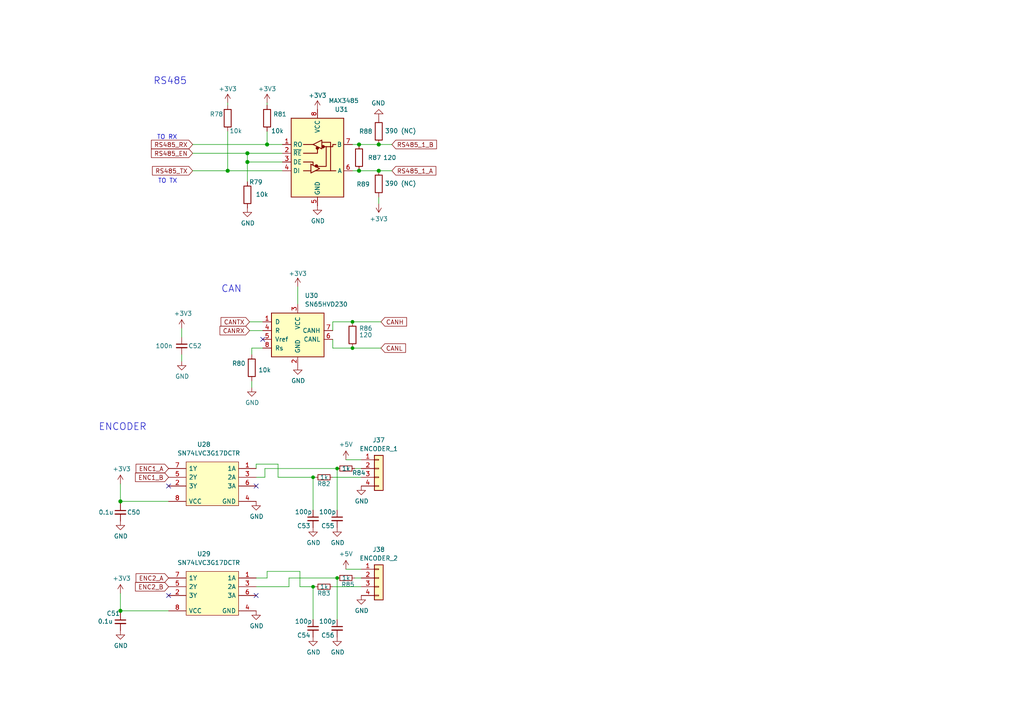
<source format=kicad_sch>
(kicad_sch
	(version 20231120)
	(generator "eeschema")
	(generator_version "8.0")
	(uuid "30b997e3-c3b2-478a-b315-94a0aa114989")
	(paper "A4")
	(lib_symbols
		(symbol "Connector_Generic:Conn_01x04"
			(pin_names
				(offset 1.016) hide)
			(exclude_from_sim no)
			(in_bom yes)
			(on_board yes)
			(property "Reference" "J"
				(at 0 5.08 0)
				(effects
					(font
						(size 1.27 1.27)
					)
				)
			)
			(property "Value" "Conn_01x04"
				(at 0 -7.62 0)
				(effects
					(font
						(size 1.27 1.27)
					)
				)
			)
			(property "Footprint" ""
				(at 0 0 0)
				(effects
					(font
						(size 1.27 1.27)
					)
					(hide yes)
				)
			)
			(property "Datasheet" "~"
				(at 0 0 0)
				(effects
					(font
						(size 1.27 1.27)
					)
					(hide yes)
				)
			)
			(property "Description" "Generic connector, single row, 01x04, script generated (kicad-library-utils/schlib/autogen/connector/)"
				(at 0 0 0)
				(effects
					(font
						(size 1.27 1.27)
					)
					(hide yes)
				)
			)
			(property "ki_keywords" "connector"
				(at 0 0 0)
				(effects
					(font
						(size 1.27 1.27)
					)
					(hide yes)
				)
			)
			(property "ki_fp_filters" "Connector*:*_1x??_*"
				(at 0 0 0)
				(effects
					(font
						(size 1.27 1.27)
					)
					(hide yes)
				)
			)
			(symbol "Conn_01x04_1_1"
				(rectangle
					(start -1.27 -4.953)
					(end 0 -5.207)
					(stroke
						(width 0.1524)
						(type default)
					)
					(fill
						(type none)
					)
				)
				(rectangle
					(start -1.27 -2.413)
					(end 0 -2.667)
					(stroke
						(width 0.1524)
						(type default)
					)
					(fill
						(type none)
					)
				)
				(rectangle
					(start -1.27 0.127)
					(end 0 -0.127)
					(stroke
						(width 0.1524)
						(type default)
					)
					(fill
						(type none)
					)
				)
				(rectangle
					(start -1.27 2.667)
					(end 0 2.413)
					(stroke
						(width 0.1524)
						(type default)
					)
					(fill
						(type none)
					)
				)
				(rectangle
					(start -1.27 3.81)
					(end 1.27 -6.35)
					(stroke
						(width 0.254)
						(type default)
					)
					(fill
						(type background)
					)
				)
				(pin passive line
					(at -5.08 2.54 0)
					(length 3.81)
					(name "Pin_1"
						(effects
							(font
								(size 1.27 1.27)
							)
						)
					)
					(number "1"
						(effects
							(font
								(size 1.27 1.27)
							)
						)
					)
				)
				(pin passive line
					(at -5.08 0 0)
					(length 3.81)
					(name "Pin_2"
						(effects
							(font
								(size 1.27 1.27)
							)
						)
					)
					(number "2"
						(effects
							(font
								(size 1.27 1.27)
							)
						)
					)
				)
				(pin passive line
					(at -5.08 -2.54 0)
					(length 3.81)
					(name "Pin_3"
						(effects
							(font
								(size 1.27 1.27)
							)
						)
					)
					(number "3"
						(effects
							(font
								(size 1.27 1.27)
							)
						)
					)
				)
				(pin passive line
					(at -5.08 -5.08 0)
					(length 3.81)
					(name "Pin_4"
						(effects
							(font
								(size 1.27 1.27)
							)
						)
					)
					(number "4"
						(effects
							(font
								(size 1.27 1.27)
							)
						)
					)
				)
			)
		)
		(symbol "Device:C_Small"
			(pin_numbers hide)
			(pin_names
				(offset 0.254) hide)
			(exclude_from_sim no)
			(in_bom yes)
			(on_board yes)
			(property "Reference" "C"
				(at 0.254 1.778 0)
				(effects
					(font
						(size 1.27 1.27)
					)
					(justify left)
				)
			)
			(property "Value" "C_Small"
				(at 0.254 -2.032 0)
				(effects
					(font
						(size 1.27 1.27)
					)
					(justify left)
				)
			)
			(property "Footprint" ""
				(at 0 0 0)
				(effects
					(font
						(size 1.27 1.27)
					)
					(hide yes)
				)
			)
			(property "Datasheet" "~"
				(at 0 0 0)
				(effects
					(font
						(size 1.27 1.27)
					)
					(hide yes)
				)
			)
			(property "Description" "Unpolarized capacitor, small symbol"
				(at 0 0 0)
				(effects
					(font
						(size 1.27 1.27)
					)
					(hide yes)
				)
			)
			(property "ki_keywords" "capacitor cap"
				(at 0 0 0)
				(effects
					(font
						(size 1.27 1.27)
					)
					(hide yes)
				)
			)
			(property "ki_fp_filters" "C_*"
				(at 0 0 0)
				(effects
					(font
						(size 1.27 1.27)
					)
					(hide yes)
				)
			)
			(symbol "C_Small_0_1"
				(polyline
					(pts
						(xy -1.524 -0.508) (xy 1.524 -0.508)
					)
					(stroke
						(width 0.3302)
						(type default)
					)
					(fill
						(type none)
					)
				)
				(polyline
					(pts
						(xy -1.524 0.508) (xy 1.524 0.508)
					)
					(stroke
						(width 0.3048)
						(type default)
					)
					(fill
						(type none)
					)
				)
			)
			(symbol "C_Small_1_1"
				(pin passive line
					(at 0 2.54 270)
					(length 2.032)
					(name "~"
						(effects
							(font
								(size 1.27 1.27)
							)
						)
					)
					(number "1"
						(effects
							(font
								(size 1.27 1.27)
							)
						)
					)
				)
				(pin passive line
					(at 0 -2.54 90)
					(length 2.032)
					(name "~"
						(effects
							(font
								(size 1.27 1.27)
							)
						)
					)
					(number "2"
						(effects
							(font
								(size 1.27 1.27)
							)
						)
					)
				)
			)
		)
		(symbol "Device:R"
			(pin_numbers hide)
			(pin_names
				(offset 0)
			)
			(exclude_from_sim no)
			(in_bom yes)
			(on_board yes)
			(property "Reference" "R"
				(at 2.032 0 90)
				(effects
					(font
						(size 1.27 1.27)
					)
				)
			)
			(property "Value" "R"
				(at 0 0 90)
				(effects
					(font
						(size 1.27 1.27)
					)
				)
			)
			(property "Footprint" ""
				(at -1.778 0 90)
				(effects
					(font
						(size 1.27 1.27)
					)
					(hide yes)
				)
			)
			(property "Datasheet" "~"
				(at 0 0 0)
				(effects
					(font
						(size 1.27 1.27)
					)
					(hide yes)
				)
			)
			(property "Description" "Resistor"
				(at 0 0 0)
				(effects
					(font
						(size 1.27 1.27)
					)
					(hide yes)
				)
			)
			(property "ki_keywords" "R res resistor"
				(at 0 0 0)
				(effects
					(font
						(size 1.27 1.27)
					)
					(hide yes)
				)
			)
			(property "ki_fp_filters" "R_*"
				(at 0 0 0)
				(effects
					(font
						(size 1.27 1.27)
					)
					(hide yes)
				)
			)
			(symbol "R_0_1"
				(rectangle
					(start -1.016 -2.54)
					(end 1.016 2.54)
					(stroke
						(width 0.254)
						(type default)
					)
					(fill
						(type none)
					)
				)
			)
			(symbol "R_1_1"
				(pin passive line
					(at 0 3.81 270)
					(length 1.27)
					(name "~"
						(effects
							(font
								(size 1.27 1.27)
							)
						)
					)
					(number "1"
						(effects
							(font
								(size 1.27 1.27)
							)
						)
					)
				)
				(pin passive line
					(at 0 -3.81 90)
					(length 1.27)
					(name "~"
						(effects
							(font
								(size 1.27 1.27)
							)
						)
					)
					(number "2"
						(effects
							(font
								(size 1.27 1.27)
							)
						)
					)
				)
			)
		)
		(symbol "Device:R_Small"
			(pin_numbers hide)
			(pin_names
				(offset 0.254) hide)
			(exclude_from_sim no)
			(in_bom yes)
			(on_board yes)
			(property "Reference" "R"
				(at 0.762 0.508 0)
				(effects
					(font
						(size 1.27 1.27)
					)
					(justify left)
				)
			)
			(property "Value" "R_Small"
				(at 0.762 -1.016 0)
				(effects
					(font
						(size 1.27 1.27)
					)
					(justify left)
				)
			)
			(property "Footprint" ""
				(at 0 0 0)
				(effects
					(font
						(size 1.27 1.27)
					)
					(hide yes)
				)
			)
			(property "Datasheet" "~"
				(at 0 0 0)
				(effects
					(font
						(size 1.27 1.27)
					)
					(hide yes)
				)
			)
			(property "Description" "Resistor, small symbol"
				(at 0 0 0)
				(effects
					(font
						(size 1.27 1.27)
					)
					(hide yes)
				)
			)
			(property "ki_keywords" "R resistor"
				(at 0 0 0)
				(effects
					(font
						(size 1.27 1.27)
					)
					(hide yes)
				)
			)
			(property "ki_fp_filters" "R_*"
				(at 0 0 0)
				(effects
					(font
						(size 1.27 1.27)
					)
					(hide yes)
				)
			)
			(symbol "R_Small_0_1"
				(rectangle
					(start -0.762 1.778)
					(end 0.762 -1.778)
					(stroke
						(width 0.2032)
						(type default)
					)
					(fill
						(type none)
					)
				)
			)
			(symbol "R_Small_1_1"
				(pin passive line
					(at 0 2.54 270)
					(length 0.762)
					(name "~"
						(effects
							(font
								(size 1.27 1.27)
							)
						)
					)
					(number "1"
						(effects
							(font
								(size 1.27 1.27)
							)
						)
					)
				)
				(pin passive line
					(at 0 -2.54 90)
					(length 0.762)
					(name "~"
						(effects
							(font
								(size 1.27 1.27)
							)
						)
					)
					(number "2"
						(effects
							(font
								(size 1.27 1.27)
							)
						)
					)
				)
			)
		)
		(symbol "Interface_CAN_LIN:SN65HVD230"
			(pin_names
				(offset 1.016)
			)
			(exclude_from_sim no)
			(in_bom yes)
			(on_board yes)
			(property "Reference" "U"
				(at -2.54 10.16 0)
				(effects
					(font
						(size 1.27 1.27)
					)
					(justify right)
				)
			)
			(property "Value" "SN65HVD230"
				(at -2.54 7.62 0)
				(effects
					(font
						(size 1.27 1.27)
					)
					(justify right)
				)
			)
			(property "Footprint" "Package_SO:SOIC-8_3.9x4.9mm_P1.27mm"
				(at 0 -12.7 0)
				(effects
					(font
						(size 1.27 1.27)
					)
					(hide yes)
				)
			)
			(property "Datasheet" "http://www.ti.com/lit/ds/symlink/sn65hvd230.pdf"
				(at -2.54 10.16 0)
				(effects
					(font
						(size 1.27 1.27)
					)
					(hide yes)
				)
			)
			(property "Description" "CAN Bus Transceivers, 3.3V, 1Mbps, Low-Power capabilities, SOIC-8"
				(at 0 0 0)
				(effects
					(font
						(size 1.27 1.27)
					)
					(hide yes)
				)
			)
			(property "ki_keywords" "can transeiver ti low-power"
				(at 0 0 0)
				(effects
					(font
						(size 1.27 1.27)
					)
					(hide yes)
				)
			)
			(property "ki_fp_filters" "SOIC*3.9x4.9mm*P1.27mm*"
				(at 0 0 0)
				(effects
					(font
						(size 1.27 1.27)
					)
					(hide yes)
				)
			)
			(symbol "SN65HVD230_0_1"
				(rectangle
					(start -7.62 5.08)
					(end 7.62 -7.62)
					(stroke
						(width 0.254)
						(type default)
					)
					(fill
						(type background)
					)
				)
			)
			(symbol "SN65HVD230_1_1"
				(pin input line
					(at -10.16 2.54 0)
					(length 2.54)
					(name "D"
						(effects
							(font
								(size 1.27 1.27)
							)
						)
					)
					(number "1"
						(effects
							(font
								(size 1.27 1.27)
							)
						)
					)
				)
				(pin power_in line
					(at 0 -10.16 90)
					(length 2.54)
					(name "GND"
						(effects
							(font
								(size 1.27 1.27)
							)
						)
					)
					(number "2"
						(effects
							(font
								(size 1.27 1.27)
							)
						)
					)
				)
				(pin power_in line
					(at 0 7.62 270)
					(length 2.54)
					(name "VCC"
						(effects
							(font
								(size 1.27 1.27)
							)
						)
					)
					(number "3"
						(effects
							(font
								(size 1.27 1.27)
							)
						)
					)
				)
				(pin output line
					(at -10.16 0 0)
					(length 2.54)
					(name "R"
						(effects
							(font
								(size 1.27 1.27)
							)
						)
					)
					(number "4"
						(effects
							(font
								(size 1.27 1.27)
							)
						)
					)
				)
				(pin output line
					(at -10.16 -2.54 0)
					(length 2.54)
					(name "Vref"
						(effects
							(font
								(size 1.27 1.27)
							)
						)
					)
					(number "5"
						(effects
							(font
								(size 1.27 1.27)
							)
						)
					)
				)
				(pin bidirectional line
					(at 10.16 -2.54 180)
					(length 2.54)
					(name "CANL"
						(effects
							(font
								(size 1.27 1.27)
							)
						)
					)
					(number "6"
						(effects
							(font
								(size 1.27 1.27)
							)
						)
					)
				)
				(pin bidirectional line
					(at 10.16 0 180)
					(length 2.54)
					(name "CANH"
						(effects
							(font
								(size 1.27 1.27)
							)
						)
					)
					(number "7"
						(effects
							(font
								(size 1.27 1.27)
							)
						)
					)
				)
				(pin input line
					(at -10.16 -5.08 0)
					(length 2.54)
					(name "Rs"
						(effects
							(font
								(size 1.27 1.27)
							)
						)
					)
					(number "8"
						(effects
							(font
								(size 1.27 1.27)
							)
						)
					)
				)
			)
		)
		(symbol "Interface_UART:MAX3485"
			(exclude_from_sim no)
			(in_bom yes)
			(on_board yes)
			(property "Reference" "U"
				(at -6.096 11.43 0)
				(effects
					(font
						(size 1.27 1.27)
					)
				)
			)
			(property "Value" "MAX3485"
				(at 0.762 11.43 0)
				(effects
					(font
						(size 1.27 1.27)
					)
					(justify left)
				)
			)
			(property "Footprint" ""
				(at 0 -17.78 0)
				(effects
					(font
						(size 1.27 1.27)
					)
					(hide yes)
				)
			)
			(property "Datasheet" "https://datasheets.maximintegrated.com/en/ds/MAX3483-MAX3491.pdf"
				(at 0 1.27 0)
				(effects
					(font
						(size 1.27 1.27)
					)
					(hide yes)
				)
			)
			(property "Description" "True RS-485/RS-422, 10Mbps, Slew-Rate Limited, with low-power shutdown, with receiver/driver enable, 32 receiver drive capacitity, DIP-8 and SOIC-8"
				(at 0 0 0)
				(effects
					(font
						(size 1.27 1.27)
					)
					(hide yes)
				)
			)
			(property "ki_keywords" "RS-485 RS-422 UART line-driver transceiver"
				(at 0 0 0)
				(effects
					(font
						(size 1.27 1.27)
					)
					(hide yes)
				)
			)
			(property "ki_fp_filters" "DIP*W7.62mm* SOIC*3.9x4.9mm*P1.27mm*"
				(at 0 0 0)
				(effects
					(font
						(size 1.27 1.27)
					)
					(hide yes)
				)
			)
			(symbol "MAX3485_0_1"
				(rectangle
					(start -7.62 10.16)
					(end 7.62 -12.7)
					(stroke
						(width 0.254)
						(type default)
					)
					(fill
						(type background)
					)
				)
				(circle
					(center -0.3048 -3.683)
					(radius 0.3556)
					(stroke
						(width 0.254)
						(type default)
					)
					(fill
						(type outline)
					)
				)
				(circle
					(center -0.0254 1.4986)
					(radius 0.3556)
					(stroke
						(width 0.254)
						(type default)
					)
					(fill
						(type outline)
					)
				)
				(polyline
					(pts
						(xy -4.064 -5.08) (xy -1.905 -5.08)
					)
					(stroke
						(width 0.254)
						(type default)
					)
					(fill
						(type none)
					)
				)
				(polyline
					(pts
						(xy -4.064 2.54) (xy -1.27 2.54)
					)
					(stroke
						(width 0.254)
						(type default)
					)
					(fill
						(type none)
					)
				)
				(polyline
					(pts
						(xy -1.27 -3.2004) (xy -1.27 -3.4544)
					)
					(stroke
						(width 0.254)
						(type default)
					)
					(fill
						(type none)
					)
				)
				(polyline
					(pts
						(xy -0.635 -5.08) (xy 5.334 -5.08)
					)
					(stroke
						(width 0.254)
						(type default)
					)
					(fill
						(type none)
					)
				)
				(polyline
					(pts
						(xy -4.064 -2.54) (xy -1.27 -2.54) (xy -1.27 -3.175)
					)
					(stroke
						(width 0.254)
						(type default)
					)
					(fill
						(type none)
					)
				)
				(polyline
					(pts
						(xy 0 1.27) (xy 0 0) (xy -4.064 0)
					)
					(stroke
						(width 0.254)
						(type default)
					)
					(fill
						(type none)
					)
				)
				(polyline
					(pts
						(xy 1.27 3.175) (xy 3.81 3.175) (xy 3.81 -5.08)
					)
					(stroke
						(width 0.254)
						(type default)
					)
					(fill
						(type none)
					)
				)
				(polyline
					(pts
						(xy 2.54 1.905) (xy 2.54 -3.81) (xy 0 -3.81)
					)
					(stroke
						(width 0.254)
						(type default)
					)
					(fill
						(type none)
					)
				)
				(polyline
					(pts
						(xy -1.905 -3.175) (xy -1.905 -5.715) (xy 0.635 -4.445) (xy -1.905 -3.175)
					)
					(stroke
						(width 0.254)
						(type default)
					)
					(fill
						(type none)
					)
				)
				(polyline
					(pts
						(xy -1.27 2.54) (xy 1.27 3.81) (xy 1.27 1.27) (xy -1.27 2.54)
					)
					(stroke
						(width 0.254)
						(type default)
					)
					(fill
						(type none)
					)
				)
				(polyline
					(pts
						(xy 1.905 1.905) (xy 4.445 1.905) (xy 4.445 2.54) (xy 5.334 2.54)
					)
					(stroke
						(width 0.254)
						(type default)
					)
					(fill
						(type none)
					)
				)
				(rectangle
					(start 1.27 3.175)
					(end 1.27 3.175)
					(stroke
						(width 0)
						(type default)
					)
					(fill
						(type none)
					)
				)
				(circle
					(center 1.651 1.905)
					(radius 0.3556)
					(stroke
						(width 0.254)
						(type default)
					)
					(fill
						(type outline)
					)
				)
			)
			(symbol "MAX3485_1_1"
				(pin output line
					(at -10.16 2.54 0)
					(length 2.54)
					(name "RO"
						(effects
							(font
								(size 1.27 1.27)
							)
						)
					)
					(number "1"
						(effects
							(font
								(size 1.27 1.27)
							)
						)
					)
				)
				(pin input line
					(at -10.16 0 0)
					(length 2.54)
					(name "~{RE}"
						(effects
							(font
								(size 1.27 1.27)
							)
						)
					)
					(number "2"
						(effects
							(font
								(size 1.27 1.27)
							)
						)
					)
				)
				(pin input line
					(at -10.16 -2.54 0)
					(length 2.54)
					(name "DE"
						(effects
							(font
								(size 1.27 1.27)
							)
						)
					)
					(number "3"
						(effects
							(font
								(size 1.27 1.27)
							)
						)
					)
				)
				(pin input line
					(at -10.16 -5.08 0)
					(length 2.54)
					(name "DI"
						(effects
							(font
								(size 1.27 1.27)
							)
						)
					)
					(number "4"
						(effects
							(font
								(size 1.27 1.27)
							)
						)
					)
				)
				(pin power_in line
					(at 0 -15.24 90)
					(length 2.54)
					(name "GND"
						(effects
							(font
								(size 1.27 1.27)
							)
						)
					)
					(number "5"
						(effects
							(font
								(size 1.27 1.27)
							)
						)
					)
				)
				(pin bidirectional line
					(at 10.16 -5.08 180)
					(length 2.54)
					(name "A"
						(effects
							(font
								(size 1.27 1.27)
							)
						)
					)
					(number "6"
						(effects
							(font
								(size 1.27 1.27)
							)
						)
					)
				)
				(pin bidirectional line
					(at 10.16 2.54 180)
					(length 2.54)
					(name "B"
						(effects
							(font
								(size 1.27 1.27)
							)
						)
					)
					(number "7"
						(effects
							(font
								(size 1.27 1.27)
							)
						)
					)
				)
				(pin power_in line
					(at 0 12.7 270)
					(length 2.54)
					(name "VCC"
						(effects
							(font
								(size 1.27 1.27)
							)
						)
					)
					(number "8"
						(effects
							(font
								(size 1.27 1.27)
							)
						)
					)
				)
			)
		)
		(symbol "dustin_lib:SN74LVC3G17DCTR"
			(pin_names
				(offset 0.762)
			)
			(exclude_from_sim no)
			(in_bom yes)
			(on_board yes)
			(property "Reference" "IC"
				(at 8.255 7.62 0)
				(effects
					(font
						(size 1.27 1.27)
					)
					(justify left)
				)
			)
			(property "Value" "SN74LVC3G17DCTR"
				(at 2.54 5.08 0)
				(effects
					(font
						(size 1.27 1.27)
					)
					(justify left)
				)
			)
			(property "Footprint" "SOP65P400X130-8N"
				(at 21.59 2.54 0)
				(effects
					(font
						(size 1.27 1.27)
					)
					(justify left)
					(hide yes)
				)
			)
			(property "Datasheet" "http://www.ti.com/lit/gpn/sn74lvc3g17"
				(at 21.59 0 0)
				(effects
					(font
						(size 1.27 1.27)
					)
					(justify left)
					(hide yes)
				)
			)
			(property "Description" "Texas Instruments SN74LVC3G17DCTR, Triple, Schmitt Trigger Buffer, Non-Inverting, 1.65  5.5 V, 8-Pin SSOP"
				(at 21.59 -2.54 0)
				(effects
					(font
						(size 1.27 1.27)
					)
					(justify left)
					(hide yes)
				)
			)
			(property "Height" "1.3"
				(at 21.59 -5.08 0)
				(effects
					(font
						(size 1.27 1.27)
					)
					(justify left)
					(hide yes)
				)
			)
			(property "Mouser Part Number" "595-SN74LVC3G17DCTR"
				(at 21.59 -7.62 0)
				(effects
					(font
						(size 1.27 1.27)
					)
					(justify left)
					(hide yes)
				)
			)
			(property "Mouser Price/Stock" "https://www.mouser.co.uk/ProductDetail/Texas-Instruments/SN74LVC3G17DCTR?qs=0smPjiIwnfJoh6NdDLRU8g%3D%3D"
				(at 21.59 -10.16 0)
				(effects
					(font
						(size 1.27 1.27)
					)
					(justify left)
					(hide yes)
				)
			)
			(property "Manufacturer_Name" "Texas Instruments"
				(at 21.59 -12.7 0)
				(effects
					(font
						(size 1.27 1.27)
					)
					(justify left)
					(hide yes)
				)
			)
			(property "Manufacturer_Part_Number" "SN74LVC3G17DCTR"
				(at 21.59 -15.24 0)
				(effects
					(font
						(size 1.27 1.27)
					)
					(justify left)
					(hide yes)
				)
			)
			(symbol "SN74LVC3G17DCTR_0_0"
				(pin passive line
					(at 25.4 0.635 180)
					(length 5.08)
					(name "1A"
						(effects
							(font
								(size 1.27 1.27)
							)
						)
					)
					(number "1"
						(effects
							(font
								(size 1.27 1.27)
							)
						)
					)
				)
				(pin passive line
					(at 0 -4.445 0)
					(length 5.08)
					(name "3Y"
						(effects
							(font
								(size 1.27 1.27)
							)
						)
					)
					(number "2"
						(effects
							(font
								(size 1.27 1.27)
							)
						)
					)
				)
				(pin passive line
					(at 25.4 -1.905 180)
					(length 5.08)
					(name "2A"
						(effects
							(font
								(size 1.27 1.27)
							)
						)
					)
					(number "3"
						(effects
							(font
								(size 1.27 1.27)
							)
						)
					)
				)
				(pin passive line
					(at 25.4 -8.89 180)
					(length 5.08)
					(name "GND"
						(effects
							(font
								(size 1.27 1.27)
							)
						)
					)
					(number "4"
						(effects
							(font
								(size 1.27 1.27)
							)
						)
					)
				)
				(pin passive line
					(at 0 -1.905 0)
					(length 5.08)
					(name "2Y"
						(effects
							(font
								(size 1.27 1.27)
							)
						)
					)
					(number "5"
						(effects
							(font
								(size 1.27 1.27)
							)
						)
					)
				)
				(pin passive line
					(at 25.4 -4.445 180)
					(length 5.08)
					(name "3A"
						(effects
							(font
								(size 1.27 1.27)
							)
						)
					)
					(number "6"
						(effects
							(font
								(size 1.27 1.27)
							)
						)
					)
				)
				(pin passive line
					(at 0 0.635 0)
					(length 5.08)
					(name "1Y"
						(effects
							(font
								(size 1.27 1.27)
							)
						)
					)
					(number "7"
						(effects
							(font
								(size 1.27 1.27)
							)
						)
					)
				)
				(pin passive line
					(at 0 -8.89 0)
					(length 5.08)
					(name "VCC"
						(effects
							(font
								(size 1.27 1.27)
							)
						)
					)
					(number "8"
						(effects
							(font
								(size 1.27 1.27)
							)
						)
					)
				)
			)
			(symbol "SN74LVC3G17DCTR_0_1"
				(polyline
					(pts
						(xy 5.08 2.54) (xy 20.32 2.54) (xy 20.32 -10.16) (xy 5.08 -10.16) (xy 5.08 2.54)
					)
					(stroke
						(width 0.152)
						(type default)
					)
					(fill
						(type background)
					)
				)
			)
		)
		(symbol "power:+3.3V"
			(power)
			(pin_names
				(offset 0)
			)
			(exclude_from_sim no)
			(in_bom yes)
			(on_board yes)
			(property "Reference" "#PWR"
				(at 0 -3.81 0)
				(effects
					(font
						(size 1.27 1.27)
					)
					(hide yes)
				)
			)
			(property "Value" "+3.3V"
				(at 0 3.556 0)
				(effects
					(font
						(size 1.27 1.27)
					)
				)
			)
			(property "Footprint" ""
				(at 0 0 0)
				(effects
					(font
						(size 1.27 1.27)
					)
					(hide yes)
				)
			)
			(property "Datasheet" ""
				(at 0 0 0)
				(effects
					(font
						(size 1.27 1.27)
					)
					(hide yes)
				)
			)
			(property "Description" "Power flag"
				(at 0 0 0)
				(effects
					(font
						(size 1.27 1.27)
					)
					(hide yes)
				)
			)
			(property "ki_keywords" "power-flag"
				(at 0 0 0)
				(effects
					(font
						(size 1.27 1.27)
					)
					(hide yes)
				)
			)
			(symbol "+3.3V_0_1"
				(polyline
					(pts
						(xy -0.762 1.27) (xy 0 2.54)
					)
					(stroke
						(width 0)
						(type default)
					)
					(fill
						(type none)
					)
				)
				(polyline
					(pts
						(xy 0 0) (xy 0 2.54)
					)
					(stroke
						(width 0)
						(type default)
					)
					(fill
						(type none)
					)
				)
				(polyline
					(pts
						(xy 0 2.54) (xy 0.762 1.27)
					)
					(stroke
						(width 0)
						(type default)
					)
					(fill
						(type none)
					)
				)
			)
			(symbol "+3.3V_1_1"
				(pin power_in line
					(at 0 0 90)
					(length 0) hide
					(name "+3V3"
						(effects
							(font
								(size 1.27 1.27)
							)
						)
					)
					(number "1"
						(effects
							(font
								(size 1.27 1.27)
							)
						)
					)
				)
			)
		)
		(symbol "power:+3V3"
			(power)
			(pin_names
				(offset 0)
			)
			(exclude_from_sim no)
			(in_bom yes)
			(on_board yes)
			(property "Reference" "#PWR"
				(at 0 -3.81 0)
				(effects
					(font
						(size 1.27 1.27)
					)
					(hide yes)
				)
			)
			(property "Value" "+3V3"
				(at 0 3.556 0)
				(effects
					(font
						(size 1.27 1.27)
					)
				)
			)
			(property "Footprint" ""
				(at 0 0 0)
				(effects
					(font
						(size 1.27 1.27)
					)
					(hide yes)
				)
			)
			(property "Datasheet" ""
				(at 0 0 0)
				(effects
					(font
						(size 1.27 1.27)
					)
					(hide yes)
				)
			)
			(property "Description" "Power flag"
				(at 0 0 0)
				(effects
					(font
						(size 1.27 1.27)
					)
					(hide yes)
				)
			)
			(property "ki_keywords" "power-flag"
				(at 0 0 0)
				(effects
					(font
						(size 1.27 1.27)
					)
					(hide yes)
				)
			)
			(symbol "+3V3_0_1"
				(polyline
					(pts
						(xy -0.762 1.27) (xy 0 2.54)
					)
					(stroke
						(width 0)
						(type default)
					)
					(fill
						(type none)
					)
				)
				(polyline
					(pts
						(xy 0 0) (xy 0 2.54)
					)
					(stroke
						(width 0)
						(type default)
					)
					(fill
						(type none)
					)
				)
				(polyline
					(pts
						(xy 0 2.54) (xy 0.762 1.27)
					)
					(stroke
						(width 0)
						(type default)
					)
					(fill
						(type none)
					)
				)
			)
			(symbol "+3V3_1_1"
				(pin power_in line
					(at 0 0 90)
					(length 0) hide
					(name "+3V3"
						(effects
							(font
								(size 1.27 1.27)
							)
						)
					)
					(number "1"
						(effects
							(font
								(size 1.27 1.27)
							)
						)
					)
				)
			)
		)
		(symbol "power:+5V"
			(power)
			(pin_names
				(offset 0)
			)
			(exclude_from_sim no)
			(in_bom yes)
			(on_board yes)
			(property "Reference" "#PWR"
				(at 0 -3.81 0)
				(effects
					(font
						(size 1.27 1.27)
					)
					(hide yes)
				)
			)
			(property "Value" "+5V"
				(at 0 3.556 0)
				(effects
					(font
						(size 1.27 1.27)
					)
				)
			)
			(property "Footprint" ""
				(at 0 0 0)
				(effects
					(font
						(size 1.27 1.27)
					)
					(hide yes)
				)
			)
			(property "Datasheet" ""
				(at 0 0 0)
				(effects
					(font
						(size 1.27 1.27)
					)
					(hide yes)
				)
			)
			(property "Description" "Power flag"
				(at 0 0 0)
				(effects
					(font
						(size 1.27 1.27)
					)
					(hide yes)
				)
			)
			(property "ki_keywords" "power-flag"
				(at 0 0 0)
				(effects
					(font
						(size 1.27 1.27)
					)
					(hide yes)
				)
			)
			(symbol "+5V_0_1"
				(polyline
					(pts
						(xy -0.762 1.27) (xy 0 2.54)
					)
					(stroke
						(width 0)
						(type default)
					)
					(fill
						(type none)
					)
				)
				(polyline
					(pts
						(xy 0 0) (xy 0 2.54)
					)
					(stroke
						(width 0)
						(type default)
					)
					(fill
						(type none)
					)
				)
				(polyline
					(pts
						(xy 0 2.54) (xy 0.762 1.27)
					)
					(stroke
						(width 0)
						(type default)
					)
					(fill
						(type none)
					)
				)
			)
			(symbol "+5V_1_1"
				(pin power_in line
					(at 0 0 90)
					(length 0) hide
					(name "+5V"
						(effects
							(font
								(size 1.27 1.27)
							)
						)
					)
					(number "1"
						(effects
							(font
								(size 1.27 1.27)
							)
						)
					)
				)
			)
		)
		(symbol "power:GND"
			(power)
			(pin_names
				(offset 0)
			)
			(exclude_from_sim no)
			(in_bom yes)
			(on_board yes)
			(property "Reference" "#PWR"
				(at 0 -6.35 0)
				(effects
					(font
						(size 1.27 1.27)
					)
					(hide yes)
				)
			)
			(property "Value" "GND"
				(at 0 -3.81 0)
				(effects
					(font
						(size 1.27 1.27)
					)
				)
			)
			(property "Footprint" ""
				(at 0 0 0)
				(effects
					(font
						(size 1.27 1.27)
					)
					(hide yes)
				)
			)
			(property "Datasheet" ""
				(at 0 0 0)
				(effects
					(font
						(size 1.27 1.27)
					)
					(hide yes)
				)
			)
			(property "Description" "Power flag, ground"
				(at 0 0 0)
				(effects
					(font
						(size 1.27 1.27)
					)
					(hide yes)
				)
			)
			(property "ki_keywords" "power-flag"
				(at 0 0 0)
				(effects
					(font
						(size 1.27 1.27)
					)
					(hide yes)
				)
			)
			(symbol "GND_0_1"
				(polyline
					(pts
						(xy 0 0) (xy 0 -1.27) (xy 1.27 -1.27) (xy 0 -2.54) (xy -1.27 -1.27) (xy 0 -1.27)
					)
					(stroke
						(width 0)
						(type default)
					)
					(fill
						(type none)
					)
				)
			)
			(symbol "GND_1_1"
				(pin power_in line
					(at 0 0 270)
					(length 0) hide
					(name "GND"
						(effects
							(font
								(size 1.27 1.27)
							)
						)
					)
					(number "1"
						(effects
							(font
								(size 1.27 1.27)
							)
						)
					)
				)
			)
		)
	)
	(junction
		(at 90.805 170.18)
		(diameter 0)
		(color 0 0 0 0)
		(uuid "0b623b71-7a0f-4aae-ae55-c70f0e880c1c")
	)
	(junction
		(at 104.14 41.91)
		(diameter 1.016)
		(color 0 0 0 0)
		(uuid "185970b2-85d3-4f07-bdcb-02af2b83f739")
	)
	(junction
		(at 102.235 100.965)
		(diameter 0)
		(color 0 0 0 0)
		(uuid "34ce8aed-09d7-4057-9c25-de29a88bd9e1")
	)
	(junction
		(at 34.925 145.415)
		(diameter 1.016)
		(color 0 0 0 0)
		(uuid "426fe935-5ea5-4bec-8ccf-6ece0e099888")
	)
	(junction
		(at 109.855 49.53)
		(diameter 1.016)
		(color 0 0 0 0)
		(uuid "624d769b-62ce-4ef0-aee0-66dc50467f77")
	)
	(junction
		(at 97.79 167.64)
		(diameter 0)
		(color 0 0 0 0)
		(uuid "7791bc77-58a3-4b46-aa56-b39cc920fd01")
	)
	(junction
		(at 66.04 49.53)
		(diameter 1.016)
		(color 0 0 0 0)
		(uuid "9e08f686-fa5c-46aa-a6a0-fadfe4ad431a")
	)
	(junction
		(at 104.14 49.53)
		(diameter 1.016)
		(color 0 0 0 0)
		(uuid "a198fed9-0380-4c2d-8a25-dffb57a263d8")
	)
	(junction
		(at 34.925 177.165)
		(diameter 1.016)
		(color 0 0 0 0)
		(uuid "a46d9544-91f2-46d0-8e61-ebd81783ff10")
	)
	(junction
		(at 90.805 138.43)
		(diameter 0)
		(color 0 0 0 0)
		(uuid "b28677ff-a8b6-451f-a2b5-9da36582ecff")
	)
	(junction
		(at 102.235 93.345)
		(diameter 0)
		(color 0 0 0 0)
		(uuid "b288d227-1aef-499d-bfd2-2b93618de148")
	)
	(junction
		(at 97.79 135.89)
		(diameter 0)
		(color 0 0 0 0)
		(uuid "e6d63c69-e7bc-4265-835a-d66570092b51")
	)
	(junction
		(at 71.755 44.45)
		(diameter 1.016)
		(color 0 0 0 0)
		(uuid "e95b0d5e-ab1c-4b25-a851-6d0c966842c8")
	)
	(junction
		(at 71.755 46.99)
		(diameter 1.016)
		(color 0 0 0 0)
		(uuid "f24dfe9d-63b4-418e-8c2f-17621af88751")
	)
	(junction
		(at 77.47 41.91)
		(diameter 1.016)
		(color 0 0 0 0)
		(uuid "f53487c0-bf4c-49fa-9421-d3843083b252")
	)
	(junction
		(at 109.855 41.91)
		(diameter 1.016)
		(color 0 0 0 0)
		(uuid "facc412d-c612-45f0-87a7-87356ccf7149")
	)
	(no_connect
		(at 74.295 172.72)
		(uuid "55c0511f-5ea8-46ba-a833-8484b73f1b48")
	)
	(no_connect
		(at 76.2 98.425)
		(uuid "889ed2ca-feae-4cf1-843f-b0b5e0e4d893")
	)
	(no_connect
		(at 48.895 172.72)
		(uuid "b6bc2f0f-87c1-44c5-99b6-92041f2047c6")
	)
	(no_connect
		(at 48.895 140.97)
		(uuid "ca8ba75d-5e89-45be-8633-52915c5bc36a")
	)
	(no_connect
		(at 74.295 140.97)
		(uuid "ca8ba75d-5e89-45be-8633-52915c5bc36b")
	)
	(wire
		(pts
			(xy 52.705 95.25) (xy 52.705 97.79)
		)
		(stroke
			(width 0)
			(type default)
		)
		(uuid "0194ed5d-c93b-4946-8fad-2d254c3d9e83")
	)
	(wire
		(pts
			(xy 77.47 29.845) (xy 77.47 30.48)
		)
		(stroke
			(width 0)
			(type solid)
		)
		(uuid "036857f7-5a60-4bb2-bbe9-5d6c1764a2b1")
	)
	(wire
		(pts
			(xy 96.52 100.965) (xy 102.235 100.965)
		)
		(stroke
			(width 0)
			(type default)
		)
		(uuid "044e4eaa-c726-4f06-b3f9-dcf88764e24a")
	)
	(wire
		(pts
			(xy 102.235 41.91) (xy 104.14 41.91)
		)
		(stroke
			(width 0)
			(type solid)
		)
		(uuid "1a9c0c5b-0ade-4e00-93b7-71cd80f8690d")
	)
	(wire
		(pts
			(xy 104.14 49.53) (xy 109.855 49.53)
		)
		(stroke
			(width 0)
			(type solid)
		)
		(uuid "1c40d3d8-0672-4c99-9067-3fb9533486b8")
	)
	(wire
		(pts
			(xy 104.14 41.91) (xy 109.855 41.91)
		)
		(stroke
			(width 0)
			(type solid)
		)
		(uuid "26ceab95-3188-4c91-b949-b084811f8200")
	)
	(wire
		(pts
			(xy 90.805 170.18) (xy 86.995 170.18)
		)
		(stroke
			(width 0)
			(type default)
		)
		(uuid "26fb775c-a5e5-4271-90da-0ef780c59f8b")
	)
	(wire
		(pts
			(xy 80.645 138.43) (xy 80.645 134.62)
		)
		(stroke
			(width 0)
			(type default)
		)
		(uuid "2887bb53-80ee-4433-8043-91b534ac2f04")
	)
	(wire
		(pts
			(xy 55.88 41.91) (xy 77.47 41.91)
		)
		(stroke
			(width 0)
			(type solid)
		)
		(uuid "322a0cbf-0400-4056-9bd4-683357d905d9")
	)
	(wire
		(pts
			(xy 72.39 93.345) (xy 76.2 93.345)
		)
		(stroke
			(width 0)
			(type default)
		)
		(uuid "37251ced-0e39-4f4c-8bf7-7ef30bf81386")
	)
	(wire
		(pts
			(xy 83.82 170.18) (xy 74.295 170.18)
		)
		(stroke
			(width 0)
			(type default)
		)
		(uuid "3bc2731a-ff93-4813-b84f-984425c29fa9")
	)
	(wire
		(pts
			(xy 96.52 170.18) (xy 104.775 170.18)
		)
		(stroke
			(width 0)
			(type solid)
		)
		(uuid "3f68c5d3-c6c5-48be-b451-1367a7710657")
	)
	(wire
		(pts
			(xy 90.805 138.43) (xy 80.645 138.43)
		)
		(stroke
			(width 0)
			(type default)
		)
		(uuid "4127806d-17d3-4f68-9c19-848d94cf4617")
	)
	(wire
		(pts
			(xy 97.79 135.89) (xy 76.835 135.89)
		)
		(stroke
			(width 0)
			(type default)
		)
		(uuid "41ae4bd9-096c-4392-be28-fae98eb0fb16")
	)
	(wire
		(pts
			(xy 86.995 170.18) (xy 86.995 165.735)
		)
		(stroke
			(width 0)
			(type default)
		)
		(uuid "46829f55-ffd8-447d-898c-b875c8efd0ed")
	)
	(wire
		(pts
			(xy 97.79 135.89) (xy 97.79 147.955)
		)
		(stroke
			(width 0)
			(type solid)
		)
		(uuid "47fdb7c0-0f05-41bf-ab21-c901239ba904")
	)
	(wire
		(pts
			(xy 34.925 177.165) (xy 34.925 177.8)
		)
		(stroke
			(width 0)
			(type solid)
		)
		(uuid "4a595c29-e7fb-477a-b015-71ab24111f72")
	)
	(wire
		(pts
			(xy 90.805 138.43) (xy 91.44 138.43)
		)
		(stroke
			(width 0)
			(type solid)
		)
		(uuid "4ea2be7c-9463-4d53-98f9-483c7277d8b7")
	)
	(wire
		(pts
			(xy 90.805 170.18) (xy 91.44 170.18)
		)
		(stroke
			(width 0)
			(type solid)
		)
		(uuid "4eb7b3a5-7474-479a-ba94-53d6094b2e4f")
	)
	(wire
		(pts
			(xy 71.755 44.45) (xy 71.755 46.99)
		)
		(stroke
			(width 0)
			(type solid)
		)
		(uuid "53c9bd0d-5234-4076-869c-e3446f38b0b3")
	)
	(wire
		(pts
			(xy 96.52 98.425) (xy 96.52 100.965)
		)
		(stroke
			(width 0)
			(type default)
		)
		(uuid "541eb31a-d95b-4774-ae87-8c4b236635ff")
	)
	(wire
		(pts
			(xy 96.52 93.345) (xy 102.235 93.345)
		)
		(stroke
			(width 0)
			(type default)
		)
		(uuid "559b0808-4bc3-4d03-a981-f69e4fd6efed")
	)
	(wire
		(pts
			(xy 102.87 167.64) (xy 104.775 167.64)
		)
		(stroke
			(width 0)
			(type solid)
		)
		(uuid "55a9aa34-30d1-4665-8419-520ba69cdd6e")
	)
	(wire
		(pts
			(xy 81.915 46.99) (xy 71.755 46.99)
		)
		(stroke
			(width 0)
			(type solid)
		)
		(uuid "55af4641-c7a1-4ada-9b00-95de6e15cd9e")
	)
	(wire
		(pts
			(xy 109.855 41.91) (xy 113.665 41.91)
		)
		(stroke
			(width 0)
			(type solid)
		)
		(uuid "5d52cde6-2377-441d-b1e2-b1f3c8b4d203")
	)
	(wire
		(pts
			(xy 73.025 112.395) (xy 73.025 110.49)
		)
		(stroke
			(width 0)
			(type default)
		)
		(uuid "60626d17-644a-4f76-9e46-8d81a385699c")
	)
	(wire
		(pts
			(xy 96.52 138.43) (xy 104.775 138.43)
		)
		(stroke
			(width 0)
			(type solid)
		)
		(uuid "6893f7d0-425e-45a8-a9b0-31dbfdf9350f")
	)
	(wire
		(pts
			(xy 86.995 165.735) (xy 77.47 165.735)
		)
		(stroke
			(width 0)
			(type default)
		)
		(uuid "6a8102d3-f182-4b1a-a54f-a55bbda00f33")
	)
	(wire
		(pts
			(xy 109.855 49.53) (xy 113.665 49.53)
		)
		(stroke
			(width 0)
			(type solid)
		)
		(uuid "6b550327-6ccc-46a2-847d-3f8155504531")
	)
	(wire
		(pts
			(xy 102.87 135.89) (xy 104.775 135.89)
		)
		(stroke
			(width 0)
			(type solid)
		)
		(uuid "6e1b752d-62b5-43c1-87cb-98680b690225")
	)
	(wire
		(pts
			(xy 71.755 46.99) (xy 71.755 52.705)
		)
		(stroke
			(width 0)
			(type solid)
		)
		(uuid "83e5e641-dc12-4299-9045-111dd92c451b")
	)
	(wire
		(pts
			(xy 66.04 29.845) (xy 66.04 30.48)
		)
		(stroke
			(width 0)
			(type solid)
		)
		(uuid "87ce8244-b3af-49c6-9ad5-af18f179374b")
	)
	(wire
		(pts
			(xy 100.33 165.1) (xy 104.775 165.1)
		)
		(stroke
			(width 0)
			(type default)
		)
		(uuid "88331379-3582-4c01-9445-8e4313010ffa")
	)
	(wire
		(pts
			(xy 86.36 83.185) (xy 86.36 88.265)
		)
		(stroke
			(width 0)
			(type default)
		)
		(uuid "8e742a5e-7cc0-433b-a4fd-4643e8a693c1")
	)
	(wire
		(pts
			(xy 34.925 145.415) (xy 34.925 146.05)
		)
		(stroke
			(width 0)
			(type solid)
		)
		(uuid "8f436ef4-5604-4453-9ed1-3e41d975e573")
	)
	(wire
		(pts
			(xy 102.235 49.53) (xy 104.14 49.53)
		)
		(stroke
			(width 0)
			(type solid)
		)
		(uuid "8f95de3e-f7a4-4268-b328-f1bd70071bcf")
	)
	(wire
		(pts
			(xy 97.79 167.64) (xy 97.79 179.705)
		)
		(stroke
			(width 0)
			(type solid)
		)
		(uuid "91fe19c9-5e0a-4363-8548-3cdf47a26e22")
	)
	(wire
		(pts
			(xy 83.82 167.64) (xy 83.82 170.18)
		)
		(stroke
			(width 0)
			(type default)
		)
		(uuid "9535b67f-934a-4f02-8b83-3271dab5f705")
	)
	(wire
		(pts
			(xy 48.895 145.415) (xy 34.925 145.415)
		)
		(stroke
			(width 0)
			(type solid)
		)
		(uuid "98ce7ca0-70ce-4a75-a50b-79dce50535d3")
	)
	(wire
		(pts
			(xy 66.04 49.53) (xy 66.04 38.1)
		)
		(stroke
			(width 0)
			(type solid)
		)
		(uuid "9d53bd61-be3a-4080-9a31-213835716497")
	)
	(wire
		(pts
			(xy 55.88 44.45) (xy 71.755 44.45)
		)
		(stroke
			(width 0)
			(type solid)
		)
		(uuid "9f0e79b3-f1c0-4e60-8638-1505cae0f853")
	)
	(wire
		(pts
			(xy 73.025 102.87) (xy 73.025 100.965)
		)
		(stroke
			(width 0)
			(type default)
		)
		(uuid "a1581a0a-cb03-41b8-a451-b5d2fb200b99")
	)
	(wire
		(pts
			(xy 72.39 95.885) (xy 76.2 95.885)
		)
		(stroke
			(width 0)
			(type default)
		)
		(uuid "a2507740-a17b-4005-ba30-aca5400faeb4")
	)
	(wire
		(pts
			(xy 55.88 49.53) (xy 66.04 49.53)
		)
		(stroke
			(width 0)
			(type solid)
		)
		(uuid "a2938e5c-f215-42e6-954b-9d4c02e3a5df")
	)
	(wire
		(pts
			(xy 102.235 93.345) (xy 110.49 93.345)
		)
		(stroke
			(width 0)
			(type default)
		)
		(uuid "a3defc4d-7fa4-4a15-97f0-6d50aff6950a")
	)
	(wire
		(pts
			(xy 83.82 167.64) (xy 97.79 167.64)
		)
		(stroke
			(width 0)
			(type default)
		)
		(uuid "a9507175-2f9a-4f2d-94cb-6cb971c2e4f8")
	)
	(wire
		(pts
			(xy 73.025 100.965) (xy 76.2 100.965)
		)
		(stroke
			(width 0)
			(type default)
		)
		(uuid "af72dfa8-ce8b-4ea8-98a0-60b2f6c68f6c")
	)
	(wire
		(pts
			(xy 81.915 44.45) (xy 71.755 44.45)
		)
		(stroke
			(width 0)
			(type solid)
		)
		(uuid "afdcbb7a-bbd6-486e-a82c-48f0a7218ffb")
	)
	(wire
		(pts
			(xy 48.895 177.165) (xy 34.925 177.165)
		)
		(stroke
			(width 0)
			(type solid)
		)
		(uuid "bed60287-d57f-4243-8f05-eae6335fb05e")
	)
	(wire
		(pts
			(xy 34.925 172.085) (xy 34.925 177.165)
		)
		(stroke
			(width 0)
			(type solid)
		)
		(uuid "bf431ab8-3e09-466b-a37d-65b46ff6ac83")
	)
	(wire
		(pts
			(xy 100.33 133.35) (xy 104.775 133.35)
		)
		(stroke
			(width 0)
			(type default)
		)
		(uuid "c07b28b9-db9f-4da3-ba68-22fa28de3ef7")
	)
	(wire
		(pts
			(xy 102.235 100.965) (xy 110.49 100.965)
		)
		(stroke
			(width 0)
			(type default)
		)
		(uuid "c1299753-1a6d-4201-9ab8-1c25e5ccbec0")
	)
	(wire
		(pts
			(xy 74.295 134.62) (xy 74.295 135.89)
		)
		(stroke
			(width 0)
			(type default)
		)
		(uuid "c9026490-86a7-41ac-abd5-4c950e5b5eaf")
	)
	(wire
		(pts
			(xy 77.47 38.1) (xy 77.47 41.91)
		)
		(stroke
			(width 0)
			(type solid)
		)
		(uuid "d169e5b0-9290-49ba-bac2-383c90d3cb1a")
	)
	(wire
		(pts
			(xy 81.915 49.53) (xy 66.04 49.53)
		)
		(stroke
			(width 0)
			(type solid)
		)
		(uuid "d488de65-dd70-42d0-988d-88599db0309b")
	)
	(wire
		(pts
			(xy 52.705 102.87) (xy 52.705 104.775)
		)
		(stroke
			(width 0)
			(type default)
		)
		(uuid "d72b1bac-ffd6-4e3d-bf1e-1621f5a07c40")
	)
	(wire
		(pts
			(xy 74.295 138.43) (xy 76.835 138.43)
		)
		(stroke
			(width 0)
			(type default)
		)
		(uuid "d7dfeb7d-3a30-410c-9c8f-c79fadc87d28")
	)
	(wire
		(pts
			(xy 76.835 135.89) (xy 76.835 138.43)
		)
		(stroke
			(width 0)
			(type default)
		)
		(uuid "d9424f10-cd86-4be3-a5d5-a41cfd484d42")
	)
	(wire
		(pts
			(xy 109.855 59.055) (xy 109.855 57.15)
		)
		(stroke
			(width 0)
			(type default)
		)
		(uuid "d968d485-8e55-44f8-9370-52bd58f3ac02")
	)
	(wire
		(pts
			(xy 90.805 179.705) (xy 90.805 170.18)
		)
		(stroke
			(width 0)
			(type solid)
		)
		(uuid "da081eea-ef75-4c4e-b29f-9df96fa826d9")
	)
	(wire
		(pts
			(xy 77.47 165.735) (xy 77.47 167.64)
		)
		(stroke
			(width 0)
			(type default)
		)
		(uuid "e5e4b7ed-4b2a-4430-87e5-b200cdb8119e")
	)
	(wire
		(pts
			(xy 77.47 167.64) (xy 74.295 167.64)
		)
		(stroke
			(width 0)
			(type default)
		)
		(uuid "e75afa5b-dcd2-4b73-b281-5cdb263b5761")
	)
	(wire
		(pts
			(xy 96.52 95.885) (xy 96.52 93.345)
		)
		(stroke
			(width 0)
			(type default)
		)
		(uuid "e9b070e0-9b8a-491e-9231-2fa4bb197a51")
	)
	(wire
		(pts
			(xy 77.47 41.91) (xy 81.915 41.91)
		)
		(stroke
			(width 0)
			(type solid)
		)
		(uuid "f1cbdba4-b8a1-4839-9a94-821e7129f182")
	)
	(wire
		(pts
			(xy 34.925 140.335) (xy 34.925 145.415)
		)
		(stroke
			(width 0)
			(type solid)
		)
		(uuid "f31dc76e-5642-45eb-b834-f90d6d8d5eca")
	)
	(wire
		(pts
			(xy 80.645 134.62) (xy 74.295 134.62)
		)
		(stroke
			(width 0)
			(type default)
		)
		(uuid "f5b85bac-2561-4940-97c1-91e9275d7b64")
	)
	(wire
		(pts
			(xy 90.805 147.955) (xy 90.805 138.43)
		)
		(stroke
			(width 0)
			(type solid)
		)
		(uuid "ffce66a7-ff66-4e56-be79-94fc5f4a79cb")
	)
	(text "RS485"
		(exclude_from_sim no)
		(at 44.45 24.765 0)
		(effects
			(font
				(size 2 2)
			)
			(justify left bottom)
		)
		(uuid "55828950-4df9-46cd-884e-8b2172b0118e")
	)
	(text "TO RX"
		(exclude_from_sim no)
		(at 51.435 40.64 0)
		(effects
			(font
				(size 1.27 1.27)
			)
			(justify right bottom)
		)
		(uuid "6bc3995f-9a19-4436-8e9f-a7fc12a2d616")
	)
	(text "TO TX"
		(exclude_from_sim no)
		(at 51.435 53.34 0)
		(effects
			(font
				(size 1.27 1.27)
			)
			(justify right bottom)
		)
		(uuid "76bda0da-6d0a-4a4d-a117-86327ba444f6")
	)
	(text "ENCODER"
		(exclude_from_sim no)
		(at 28.575 125.095 0)
		(effects
			(font
				(size 2 2)
			)
			(justify left bottom)
		)
		(uuid "ae9f085f-8e27-456e-abfa-6327ad2a4980")
	)
	(text "CAN"
		(exclude_from_sim no)
		(at 64.135 85.09 0)
		(effects
			(font
				(size 2 2)
			)
			(justify left bottom)
		)
		(uuid "b05508a7-5b70-4b64-8e5f-fb57f736425f")
	)
	(global_label "RS485_1_B"
		(shape input)
		(at 113.665 41.91 0)
		(fields_autoplaced yes)
		(effects
			(font
				(size 1.27 1.27)
			)
			(justify left)
		)
		(uuid "14161f52-e1e2-4923-ad45-dee53bd53036")
		(property "Intersheetrefs" "${INTERSHEET_REFS}"
			(at 126.601 41.8306 0)
			(effects
				(font
					(size 1.27 1.27)
				)
				(justify left)
				(hide yes)
			)
		)
	)
	(global_label "ENC2_B"
		(shape input)
		(at 48.895 170.18 180)
		(effects
			(font
				(size 1.27 1.27)
			)
			(justify right)
		)
		(uuid "28c9d41b-3615-4493-b37f-5a82f9310f9b")
		(property "Intersheetrefs" "${INTERSHEET_REFS}"
			(at 36.975 170.1006 0)
			(effects
				(font
					(size 1.27 1.27)
				)
				(justify right)
				(hide yes)
			)
		)
	)
	(global_label "CANTX"
		(shape input)
		(at 72.39 93.345 180)
		(fields_autoplaced yes)
		(effects
			(font
				(size 1.27 1.27)
			)
			(justify right)
		)
		(uuid "3a1e7ad7-0189-4ae2-8a4e-20e6e651b673")
		(property "Intersheetrefs" "${INTERSHEET_REFS}"
			(at 64.1107 93.2656 0)
			(effects
				(font
					(size 1.27 1.27)
				)
				(justify right)
				(hide yes)
			)
		)
	)
	(global_label "CANH"
		(shape input)
		(at 110.49 93.345 0)
		(fields_autoplaced yes)
		(effects
			(font
				(size 1.27 1.27)
			)
			(justify left)
		)
		(uuid "4f439533-3282-4b58-99e6-77a771947534")
		(property "Intersheetrefs" "${INTERSHEET_REFS}"
			(at 117.9226 93.2656 0)
			(effects
				(font
					(size 1.27 1.27)
				)
				(justify left)
				(hide yes)
			)
		)
	)
	(global_label "ENC1_A"
		(shape input)
		(at 48.895 135.89 180)
		(effects
			(font
				(size 1.27 1.27)
			)
			(justify right)
		)
		(uuid "5f54f0be-9295-41b6-a74b-695c176855ab")
		(property "Intersheetrefs" "${INTERSHEET_REFS}"
			(at 37.1565 135.8106 0)
			(effects
				(font
					(size 1.27 1.27)
				)
				(justify right)
				(hide yes)
			)
		)
	)
	(global_label "CANL"
		(shape input)
		(at 110.49 100.965 0)
		(fields_autoplaced yes)
		(effects
			(font
				(size 1.27 1.27)
			)
			(justify left)
		)
		(uuid "6138aa78-e17c-4018-95d9-3c257d94498c")
		(property "Intersheetrefs" "${INTERSHEET_REFS}"
			(at 117.6202 100.8856 0)
			(effects
				(font
					(size 1.27 1.27)
				)
				(justify left)
				(hide yes)
			)
		)
	)
	(global_label "ENC2_A"
		(shape input)
		(at 48.895 167.64 180)
		(effects
			(font
				(size 1.27 1.27)
			)
			(justify right)
		)
		(uuid "7882703d-aff5-4613-99ed-7ed5cfef1e18")
		(property "Intersheetrefs" "${INTERSHEET_REFS}"
			(at 37.1565 167.5606 0)
			(effects
				(font
					(size 1.27 1.27)
				)
				(justify right)
				(hide yes)
			)
		)
	)
	(global_label "CANRX"
		(shape input)
		(at 72.39 95.885 180)
		(fields_autoplaced yes)
		(effects
			(font
				(size 1.27 1.27)
			)
			(justify right)
		)
		(uuid "78eb5c86-dd3d-4ad3-9b6e-55c4fb7d18a5")
		(property "Intersheetrefs" "${INTERSHEET_REFS}"
			(at 63.8083 95.8056 0)
			(effects
				(font
					(size 1.27 1.27)
				)
				(justify right)
				(hide yes)
			)
		)
	)
	(global_label "ENC1_B"
		(shape input)
		(at 48.895 138.43 180)
		(effects
			(font
				(size 1.27 1.27)
			)
			(justify right)
		)
		(uuid "a63b68ba-dc4e-4aa8-965b-9b22e7ef28d3")
		(property "Intersheetrefs" "${INTERSHEET_REFS}"
			(at 36.975 138.3506 0)
			(effects
				(font
					(size 1.27 1.27)
				)
				(justify right)
				(hide yes)
			)
		)
	)
	(global_label "RS485_RX"
		(shape input)
		(at 55.88 41.91 180)
		(fields_autoplaced yes)
		(effects
			(font
				(size 1.27 1.27)
			)
			(justify right)
		)
		(uuid "ad5930d1-ce99-4169-8634-b41e7295f1c3")
		(property "Intersheetrefs" "${INTERSHEET_REFS}"
			(at 43.9117 41.8306 0)
			(effects
				(font
					(size 1.27 1.27)
				)
				(justify right)
				(hide yes)
			)
		)
	)
	(global_label "RS485_EN"
		(shape input)
		(at 55.88 44.45 180)
		(fields_autoplaced yes)
		(effects
			(font
				(size 1.27 1.27)
			)
			(justify right)
		)
		(uuid "ef11d30e-479e-49a9-b6d0-6c297be9c6d9")
		(property "Intersheetrefs" "${INTERSHEET_REFS}"
			(at 43.9117 44.3706 0)
			(effects
				(font
					(size 1.27 1.27)
				)
				(justify right)
				(hide yes)
			)
		)
	)
	(global_label "RS485_1_A"
		(shape input)
		(at 113.665 49.53 0)
		(fields_autoplaced yes)
		(effects
			(font
				(size 1.27 1.27)
			)
			(justify left)
		)
		(uuid "f88a606d-1514-416a-b4e8-084a2b2dfd20")
		(property "Intersheetrefs" "${INTERSHEET_REFS}"
			(at 126.4195 49.4506 0)
			(effects
				(font
					(size 1.27 1.27)
				)
				(justify left)
				(hide yes)
			)
		)
	)
	(global_label "RS485_TX"
		(shape input)
		(at 55.88 49.53 180)
		(fields_autoplaced yes)
		(effects
			(font
				(size 1.27 1.27)
			)
			(justify right)
		)
		(uuid "f901fd86-a6e5-4495-89ae-cfad66bdb2ed")
		(property "Intersheetrefs" "${INTERSHEET_REFS}"
			(at 44.214 49.4506 0)
			(effects
				(font
					(size 1.27 1.27)
				)
				(justify right)
				(hide yes)
			)
		)
	)
	(symbol
		(lib_id "Device:R")
		(at 77.47 34.29 0)
		(unit 1)
		(exclude_from_sim no)
		(in_bom yes)
		(on_board yes)
		(dnp no)
		(uuid "02248f4f-6e7c-4ead-beea-7a7012f83226")
		(property "Reference" "R81"
			(at 79.248 33.1216 0)
			(effects
				(font
					(size 1.27 1.27)
				)
				(justify left)
			)
		)
		(property "Value" "10k"
			(at 78.613 37.973 0)
			(effects
				(font
					(size 1.27 1.27)
				)
				(justify left)
			)
		)
		(property "Footprint" "Resistor_SMD:R_0603_1608Metric"
			(at 75.692 34.29 90)
			(effects
				(font
					(size 1.27 1.27)
				)
				(hide yes)
			)
		)
		(property "Datasheet" "https://fscdn.rohm.com/en/products/databook/datasheet/passive/resistor/chip_resistor/mcr-e.pdf"
			(at 77.47 34.29 0)
			(effects
				(font
					(size 1.27 1.27)
				)
				(hide yes)
			)
		)
		(property "Description" ""
			(at 77.47 34.29 0)
			(effects
				(font
					(size 1.27 1.27)
				)
				(hide yes)
			)
		)
		(property "Field4" "Farnell"
			(at 77.47 34.29 0)
			(effects
				(font
					(size 1.27 1.27)
				)
				(hide yes)
			)
		)
		(property "Field5" "9239235"
			(at 77.47 34.29 0)
			(effects
				(font
					(size 1.27 1.27)
				)
				(hide yes)
			)
		)
		(property "Field7" "KOA EUROPE GMBH"
			(at 77.47 34.29 0)
			(effects
				(font
					(size 1.27 1.27)
				)
				(hide yes)
			)
		)
		(property "Field6" "RK73H1ETTP1001F"
			(at 77.47 34.29 0)
			(effects
				(font
					(size 1.27 1.27)
				)
				(hide yes)
			)
		)
		(property "Part Description" "Resistor 1K M1005 1% 63mW"
			(at 77.47 34.29 0)
			(effects
				(font
					(size 1.27 1.27)
				)
				(hide yes)
			)
		)
		(property "Field8" "125049511"
			(at 77.47 34.29 0)
			(effects
				(font
					(size 1.27 1.27)
				)
				(hide yes)
			)
		)
		(pin "1"
			(uuid "3dd14b8d-a39e-4070-87a0-3ec026a1514f")
		)
		(pin "2"
			(uuid "1c6e9af0-1a64-4b7e-b3ce-22ace539cc8f")
		)
		(instances
			(project "robot-hub_rev4.1"
				(path "/e63e39d7-6ac0-4ffd-8aa3-1841a4541b55/420b5bd8-d73a-45a7-857f-a2e5eb1b8d2b"
					(reference "R81")
					(unit 1)
				)
			)
		)
	)
	(symbol
		(lib_id "Device:R_Small")
		(at 93.98 170.18 90)
		(unit 1)
		(exclude_from_sim no)
		(in_bom yes)
		(on_board yes)
		(dnp no)
		(uuid "0550d2a3-84e7-456f-9b18-aab06f0e4594")
		(property "Reference" "R83"
			(at 95.885 172.085 90)
			(effects
				(font
					(size 1.27 1.27)
				)
				(justify left)
			)
		)
		(property "Value" "1k"
			(at 95.25 170.18 90)
			(effects
				(font
					(size 1.27 1.27)
				)
				(justify left)
			)
		)
		(property "Footprint" "Resistor_SMD:R_0603_1608Metric"
			(at 93.98 170.18 0)
			(effects
				(font
					(size 1.27 1.27)
				)
				(hide yes)
			)
		)
		(property "Datasheet" "~"
			(at 93.98 170.18 0)
			(effects
				(font
					(size 1.27 1.27)
				)
				(hide yes)
			)
		)
		(property "Description" ""
			(at 93.98 170.18 0)
			(effects
				(font
					(size 1.27 1.27)
				)
				(hide yes)
			)
		)
		(pin "1"
			(uuid "4e0cfb50-2cea-4bc6-a5de-dda77fb39f7b")
		)
		(pin "2"
			(uuid "6f11b5b6-9b9c-469a-88a2-5bb7ec74dfe8")
		)
		(instances
			(project "robot-hub_rev4.1"
				(path "/e63e39d7-6ac0-4ffd-8aa3-1841a4541b55/420b5bd8-d73a-45a7-857f-a2e5eb1b8d2b"
					(reference "R83")
					(unit 1)
				)
			)
		)
	)
	(symbol
		(lib_id "Device:C_Small")
		(at 90.805 182.245 0)
		(unit 1)
		(exclude_from_sim no)
		(in_bom yes)
		(on_board yes)
		(dnp no)
		(uuid "06bb0553-13e9-434d-a2f1-bdce4a793f9c")
		(property "Reference" "C54"
			(at 86.1442 184.2706 0)
			(effects
				(font
					(size 1.27 1.27)
				)
				(justify left)
			)
		)
		(property "Value" "100p"
			(at 85.509 180.219 0)
			(effects
				(font
					(size 1.27 1.27)
				)
				(justify left)
			)
		)
		(property "Footprint" "Capacitor_SMD:C_0603_1608Metric"
			(at 90.805 182.245 0)
			(effects
				(font
					(size 1.27 1.27)
				)
				(hide yes)
			)
		)
		(property "Datasheet" "~"
			(at 90.805 182.245 0)
			(effects
				(font
					(size 1.27 1.27)
				)
				(hide yes)
			)
		)
		(property "Description" ""
			(at 90.805 182.245 0)
			(effects
				(font
					(size 1.27 1.27)
				)
				(hide yes)
			)
		)
		(pin "1"
			(uuid "f9c6c96b-e7f6-4c1c-835c-1b5c05078125")
		)
		(pin "2"
			(uuid "f650bbe7-612e-455e-8560-9780fe264379")
		)
		(instances
			(project "robot-hub_rev4.1"
				(path "/e63e39d7-6ac0-4ffd-8aa3-1841a4541b55/420b5bd8-d73a-45a7-857f-a2e5eb1b8d2b"
					(reference "C54")
					(unit 1)
				)
			)
		)
	)
	(symbol
		(lib_id "Device:R")
		(at 104.14 45.72 0)
		(unit 1)
		(exclude_from_sim no)
		(in_bom yes)
		(on_board yes)
		(dnp no)
		(uuid "08053540-be52-410f-a1ce-40d334866b02")
		(property "Reference" "R87"
			(at 106.68 45.72 0)
			(effects
				(font
					(size 1.27 1.27)
				)
				(justify left)
			)
		)
		(property "Value" "120"
			(at 111.125 45.72 0)
			(effects
				(font
					(size 1.27 1.27)
				)
				(justify left)
			)
		)
		(property "Footprint" "Resistor_SMD:R_0603_1608Metric"
			(at 102.362 45.72 90)
			(effects
				(font
					(size 1.27 1.27)
				)
				(hide yes)
			)
		)
		(property "Datasheet" "https://fscdn.rohm.com/en/products/databook/datasheet/passive/resistor/chip_resistor/mcr-e.pdf"
			(at 104.14 45.72 0)
			(effects
				(font
					(size 1.27 1.27)
				)
				(hide yes)
			)
		)
		(property "Description" ""
			(at 104.14 45.72 0)
			(effects
				(font
					(size 1.27 1.27)
				)
				(hide yes)
			)
		)
		(property "Field4" "Farnell"
			(at 104.14 45.72 0)
			(effects
				(font
					(size 1.27 1.27)
				)
				(hide yes)
			)
		)
		(property "Field5" "9239235"
			(at 104.14 45.72 0)
			(effects
				(font
					(size 1.27 1.27)
				)
				(hide yes)
			)
		)
		(property "Field7" "KOA EUROPE GMBH"
			(at 104.14 45.72 0)
			(effects
				(font
					(size 1.27 1.27)
				)
				(hide yes)
			)
		)
		(property "Field6" "RK73H1ETTP1001F"
			(at 104.14 45.72 0)
			(effects
				(font
					(size 1.27 1.27)
				)
				(hide yes)
			)
		)
		(property "Part Description" "Resistor 1K M1005 1% 63mW"
			(at 104.14 45.72 0)
			(effects
				(font
					(size 1.27 1.27)
				)
				(hide yes)
			)
		)
		(property "Field8" "125049511"
			(at 104.14 45.72 0)
			(effects
				(font
					(size 1.27 1.27)
				)
				(hide yes)
			)
		)
		(pin "1"
			(uuid "269236b5-35b2-4a58-86af-207e04a175bb")
		)
		(pin "2"
			(uuid "5c07af76-86d4-4a15-9a38-2b890b074aa7")
		)
		(instances
			(project "robot-hub_rev4.1"
				(path "/e63e39d7-6ac0-4ffd-8aa3-1841a4541b55/420b5bd8-d73a-45a7-857f-a2e5eb1b8d2b"
					(reference "R87")
					(unit 1)
				)
			)
		)
	)
	(symbol
		(lib_id "power:+3V3")
		(at 86.36 83.185 0)
		(unit 1)
		(exclude_from_sim no)
		(in_bom yes)
		(on_board yes)
		(dnp no)
		(uuid "08e3db7b-d058-4ba3-9a81-df00d6654c01")
		(property "Reference" "#PWR0217"
			(at 86.36 86.995 0)
			(effects
				(font
					(size 1.27 1.27)
				)
				(hide yes)
			)
		)
		(property "Value" "+3V3"
			(at 86.3629 79.3356 0)
			(effects
				(font
					(size 1.27 1.27)
				)
			)
		)
		(property "Footprint" ""
			(at 86.36 83.185 0)
			(effects
				(font
					(size 1.27 1.27)
				)
				(hide yes)
			)
		)
		(property "Datasheet" ""
			(at 86.36 83.185 0)
			(effects
				(font
					(size 1.27 1.27)
				)
				(hide yes)
			)
		)
		(property "Description" ""
			(at 86.36 83.185 0)
			(effects
				(font
					(size 1.27 1.27)
				)
				(hide yes)
			)
		)
		(pin "1"
			(uuid "f924bb93-b93a-473d-a66a-927082f9106f")
		)
		(instances
			(project "robot-hub_rev4.1"
				(path "/e63e39d7-6ac0-4ffd-8aa3-1841a4541b55/420b5bd8-d73a-45a7-857f-a2e5eb1b8d2b"
					(reference "#PWR0217")
					(unit 1)
				)
			)
		)
	)
	(symbol
		(lib_id "Device:C_Small")
		(at 52.705 100.33 0)
		(unit 1)
		(exclude_from_sim no)
		(in_bom yes)
		(on_board yes)
		(dnp no)
		(uuid "1482dd36-ac69-4747-9d47-41e188ff7d21")
		(property "Reference" "C52"
			(at 54.61 100.33 0)
			(effects
				(font
					(size 1.27 1.27)
				)
				(justify left)
			)
		)
		(property "Value" "100n"
			(at 45.085 100.33 0)
			(effects
				(font
					(size 1.27 1.27)
				)
				(justify left)
			)
		)
		(property "Footprint" "Capacitor_SMD:C_0603_1608Metric"
			(at 52.705 100.33 0)
			(effects
				(font
					(size 1.27 1.27)
				)
				(hide yes)
			)
		)
		(property "Datasheet" "~"
			(at 52.705 100.33 0)
			(effects
				(font
					(size 1.27 1.27)
				)
				(hide yes)
			)
		)
		(property "Description" ""
			(at 52.705 100.33 0)
			(effects
				(font
					(size 1.27 1.27)
				)
				(hide yes)
			)
		)
		(pin "1"
			(uuid "5bb01c57-d9ec-423c-8fec-6acc03d015dc")
		)
		(pin "2"
			(uuid "64477726-cb80-4175-aaa5-5531ce8e34bd")
		)
		(instances
			(project "robot-hub_rev4.1"
				(path "/e63e39d7-6ac0-4ffd-8aa3-1841a4541b55/420b5bd8-d73a-45a7-857f-a2e5eb1b8d2b"
					(reference "C52")
					(unit 1)
				)
			)
		)
	)
	(symbol
		(lib_id "power:GND")
		(at 73.025 112.395 0)
		(unit 1)
		(exclude_from_sim no)
		(in_bom yes)
		(on_board yes)
		(dnp no)
		(uuid "162caeed-79c5-4cb4-b74b-eb82ef2dda2d")
		(property "Reference" "#PWR0213"
			(at 73.025 118.745 0)
			(effects
				(font
					(size 1.27 1.27)
				)
				(hide yes)
			)
		)
		(property "Value" "GND"
			(at 73.152 116.7892 0)
			(effects
				(font
					(size 1.27 1.27)
				)
			)
		)
		(property "Footprint" ""
			(at 73.025 112.395 0)
			(effects
				(font
					(size 1.27 1.27)
				)
				(hide yes)
			)
		)
		(property "Datasheet" ""
			(at 73.025 112.395 0)
			(effects
				(font
					(size 1.27 1.27)
				)
				(hide yes)
			)
		)
		(property "Description" ""
			(at 73.025 112.395 0)
			(effects
				(font
					(size 1.27 1.27)
				)
				(hide yes)
			)
		)
		(pin "1"
			(uuid "ac580e51-e5de-4907-982a-6241f11e991e")
		)
		(instances
			(project "robot-hub_rev4.1"
				(path "/e63e39d7-6ac0-4ffd-8aa3-1841a4541b55/420b5bd8-d73a-45a7-857f-a2e5eb1b8d2b"
					(reference "#PWR0213")
					(unit 1)
				)
			)
		)
	)
	(symbol
		(lib_id "power:GND")
		(at 90.805 184.785 0)
		(unit 1)
		(exclude_from_sim no)
		(in_bom yes)
		(on_board yes)
		(dnp no)
		(uuid "1aefa9a6-991e-4e53-8f1b-a2440b17bc87")
		(property "Reference" "#PWR0220"
			(at 90.805 191.135 0)
			(effects
				(font
					(size 1.27 1.27)
				)
				(hide yes)
			)
		)
		(property "Value" "GND"
			(at 90.932 189.1792 0)
			(effects
				(font
					(size 1.27 1.27)
				)
			)
		)
		(property "Footprint" ""
			(at 90.805 184.785 0)
			(effects
				(font
					(size 1.27 1.27)
				)
				(hide yes)
			)
		)
		(property "Datasheet" ""
			(at 90.805 184.785 0)
			(effects
				(font
					(size 1.27 1.27)
				)
				(hide yes)
			)
		)
		(property "Description" ""
			(at 90.805 184.785 0)
			(effects
				(font
					(size 1.27 1.27)
				)
				(hide yes)
			)
		)
		(pin "1"
			(uuid "d061cd68-010b-49ed-9eec-434a7fa6a6f8")
		)
		(instances
			(project "robot-hub_rev4.1"
				(path "/e63e39d7-6ac0-4ffd-8aa3-1841a4541b55/420b5bd8-d73a-45a7-857f-a2e5eb1b8d2b"
					(reference "#PWR0220")
					(unit 1)
				)
			)
		)
	)
	(symbol
		(lib_id "power:GND")
		(at 52.705 104.775 0)
		(unit 1)
		(exclude_from_sim no)
		(in_bom yes)
		(on_board yes)
		(dnp no)
		(uuid "22a342f8-35c3-4c7b-b02d-6c361fdf52fb")
		(property "Reference" "#PWR0210"
			(at 52.705 111.125 0)
			(effects
				(font
					(size 1.27 1.27)
				)
				(hide yes)
			)
		)
		(property "Value" "GND"
			(at 52.832 109.1692 0)
			(effects
				(font
					(size 1.27 1.27)
				)
			)
		)
		(property "Footprint" ""
			(at 52.705 104.775 0)
			(effects
				(font
					(size 1.27 1.27)
				)
				(hide yes)
			)
		)
		(property "Datasheet" ""
			(at 52.705 104.775 0)
			(effects
				(font
					(size 1.27 1.27)
				)
				(hide yes)
			)
		)
		(property "Description" ""
			(at 52.705 104.775 0)
			(effects
				(font
					(size 1.27 1.27)
				)
				(hide yes)
			)
		)
		(pin "1"
			(uuid "eb3504b6-baa6-48f7-a5de-36d919fdca32")
		)
		(instances
			(project "robot-hub_rev4.1"
				(path "/e63e39d7-6ac0-4ffd-8aa3-1841a4541b55/420b5bd8-d73a-45a7-857f-a2e5eb1b8d2b"
					(reference "#PWR0210")
					(unit 1)
				)
			)
		)
	)
	(symbol
		(lib_id "Device:R_Small")
		(at 100.33 135.89 90)
		(unit 1)
		(exclude_from_sim no)
		(in_bom yes)
		(on_board yes)
		(dnp no)
		(uuid "272e803c-53cc-4301-8434-f85bd52eea2e")
		(property "Reference" "R84"
			(at 106.045 137.16 90)
			(effects
				(font
					(size 1.27 1.27)
				)
				(justify left)
			)
		)
		(property "Value" "1k"
			(at 101.6 135.89 90)
			(effects
				(font
					(size 1.27 1.27)
				)
				(justify left)
			)
		)
		(property "Footprint" "Resistor_SMD:R_0603_1608Metric"
			(at 100.33 135.89 0)
			(effects
				(font
					(size 1.27 1.27)
				)
				(hide yes)
			)
		)
		(property "Datasheet" "~"
			(at 100.33 135.89 0)
			(effects
				(font
					(size 1.27 1.27)
				)
				(hide yes)
			)
		)
		(property "Description" ""
			(at 100.33 135.89 0)
			(effects
				(font
					(size 1.27 1.27)
				)
				(hide yes)
			)
		)
		(pin "1"
			(uuid "9c3136d2-3600-42a5-ac0c-77081dbd2ace")
		)
		(pin "2"
			(uuid "61fee91c-2f64-4c5c-9373-813443ac08a2")
		)
		(instances
			(project "robot-hub_rev4.1"
				(path "/e63e39d7-6ac0-4ffd-8aa3-1841a4541b55/420b5bd8-d73a-45a7-857f-a2e5eb1b8d2b"
					(reference "R84")
					(unit 1)
				)
			)
		)
	)
	(symbol
		(lib_id "Device:R")
		(at 73.025 106.68 0)
		(unit 1)
		(exclude_from_sim no)
		(in_bom yes)
		(on_board yes)
		(dnp no)
		(uuid "3aa24dba-6e15-44a5-bdda-caeb90e09afa")
		(property "Reference" "R80"
			(at 67.31 105.41 0)
			(effects
				(font
					(size 1.27 1.27)
				)
				(justify left)
			)
		)
		(property "Value" "10k"
			(at 74.93 107.315 0)
			(effects
				(font
					(size 1.27 1.27)
				)
				(justify left)
			)
		)
		(property "Footprint" "Resistor_SMD:R_0603_1608Metric"
			(at 71.247 106.68 90)
			(effects
				(font
					(size 1.27 1.27)
				)
				(hide yes)
			)
		)
		(property "Datasheet" "https://fscdn.rohm.com/en/products/databook/datasheet/passive/resistor/chip_resistor/mcr-e.pdf"
			(at 73.025 106.68 0)
			(effects
				(font
					(size 1.27 1.27)
				)
				(hide yes)
			)
		)
		(property "Description" ""
			(at 73.025 106.68 0)
			(effects
				(font
					(size 1.27 1.27)
				)
				(hide yes)
			)
		)
		(property "Field4" "Farnell"
			(at 73.025 106.68 0)
			(effects
				(font
					(size 1.27 1.27)
				)
				(hide yes)
			)
		)
		(property "Field5" "9239278"
			(at 73.025 106.68 0)
			(effects
				(font
					(size 1.27 1.27)
				)
				(hide yes)
			)
		)
		(property "Field7" "KOA EUROPE GMBH"
			(at 73.025 106.68 0)
			(effects
				(font
					(size 1.27 1.27)
				)
				(hide yes)
			)
		)
		(property "Field6" "RK73G1ETQTP2201D         "
			(at 73.025 106.68 0)
			(effects
				(font
					(size 1.27 1.27)
				)
				(hide yes)
			)
		)
		(property "Part Description" "Resistor 2.2K M1005 1% 63mW"
			(at 73.025 106.68 0)
			(effects
				(font
					(size 1.27 1.27)
				)
				(hide yes)
			)
		)
		(property "Field8" "120889581"
			(at 73.025 106.68 0)
			(effects
				(font
					(size 1.27 1.27)
				)
				(hide yes)
			)
		)
		(pin "1"
			(uuid "ba126c7f-c4b0-4b28-809d-b9381e108915")
		)
		(pin "2"
			(uuid "bd10c1d9-c6a8-454c-95e5-4439a27f1531")
		)
		(instances
			(project "robot-hub_rev4.1"
				(path "/e63e39d7-6ac0-4ffd-8aa3-1841a4541b55/420b5bd8-d73a-45a7-857f-a2e5eb1b8d2b"
					(reference "R80")
					(unit 1)
				)
			)
		)
	)
	(symbol
		(lib_id "power:GND")
		(at 90.805 153.035 0)
		(unit 1)
		(exclude_from_sim no)
		(in_bom yes)
		(on_board yes)
		(dnp no)
		(uuid "3fe122be-be16-406b-8857-ad3481babbd1")
		(property "Reference" "#PWR0219"
			(at 90.805 159.385 0)
			(effects
				(font
					(size 1.27 1.27)
				)
				(hide yes)
			)
		)
		(property "Value" "GND"
			(at 90.932 157.4292 0)
			(effects
				(font
					(size 1.27 1.27)
				)
			)
		)
		(property "Footprint" ""
			(at 90.805 153.035 0)
			(effects
				(font
					(size 1.27 1.27)
				)
				(hide yes)
			)
		)
		(property "Datasheet" ""
			(at 90.805 153.035 0)
			(effects
				(font
					(size 1.27 1.27)
				)
				(hide yes)
			)
		)
		(property "Description" ""
			(at 90.805 153.035 0)
			(effects
				(font
					(size 1.27 1.27)
				)
				(hide yes)
			)
		)
		(pin "1"
			(uuid "339eb12b-132c-4f64-9ee4-92d85904a404")
		)
		(instances
			(project "robot-hub_rev4.1"
				(path "/e63e39d7-6ac0-4ffd-8aa3-1841a4541b55/420b5bd8-d73a-45a7-857f-a2e5eb1b8d2b"
					(reference "#PWR0219")
					(unit 1)
				)
			)
		)
	)
	(symbol
		(lib_id "power:GND")
		(at 74.295 145.415 0)
		(unit 1)
		(exclude_from_sim no)
		(in_bom yes)
		(on_board yes)
		(dnp no)
		(uuid "4247a703-1a05-4b2d-b471-7bf2c2de91e2")
		(property "Reference" "#PWR0214"
			(at 74.295 151.765 0)
			(effects
				(font
					(size 1.27 1.27)
				)
				(hide yes)
			)
		)
		(property "Value" "GND"
			(at 74.422 149.8092 0)
			(effects
				(font
					(size 1.27 1.27)
				)
			)
		)
		(property "Footprint" ""
			(at 74.295 145.415 0)
			(effects
				(font
					(size 1.27 1.27)
				)
				(hide yes)
			)
		)
		(property "Datasheet" ""
			(at 74.295 145.415 0)
			(effects
				(font
					(size 1.27 1.27)
				)
				(hide yes)
			)
		)
		(property "Description" ""
			(at 74.295 145.415 0)
			(effects
				(font
					(size 1.27 1.27)
				)
				(hide yes)
			)
		)
		(pin "1"
			(uuid "2521d09a-f858-4791-b5f8-0795a70f3e77")
		)
		(instances
			(project "robot-hub_rev4.1"
				(path "/e63e39d7-6ac0-4ffd-8aa3-1841a4541b55/420b5bd8-d73a-45a7-857f-a2e5eb1b8d2b"
					(reference "#PWR0214")
					(unit 1)
				)
			)
		)
	)
	(symbol
		(lib_id "power:+3V3")
		(at 34.925 172.085 0)
		(unit 1)
		(exclude_from_sim no)
		(in_bom yes)
		(on_board yes)
		(dnp no)
		(uuid "4e92daac-76aa-41f3-846e-50c81a965e19")
		(property "Reference" "#PWR0207"
			(at 34.925 175.895 0)
			(effects
				(font
					(size 1.27 1.27)
				)
				(hide yes)
			)
		)
		(property "Value" "+3V3"
			(at 35.2933 167.7606 0)
			(effects
				(font
					(size 1.27 1.27)
				)
			)
		)
		(property "Footprint" ""
			(at 34.925 172.085 0)
			(effects
				(font
					(size 1.27 1.27)
				)
				(hide yes)
			)
		)
		(property "Datasheet" ""
			(at 34.925 172.085 0)
			(effects
				(font
					(size 1.27 1.27)
				)
				(hide yes)
			)
		)
		(property "Description" ""
			(at 34.925 172.085 0)
			(effects
				(font
					(size 1.27 1.27)
				)
				(hide yes)
			)
		)
		(pin "1"
			(uuid "b9448cee-fcf2-4d5c-a182-3e9040272aac")
		)
		(instances
			(project "robot-hub_rev4.1"
				(path "/e63e39d7-6ac0-4ffd-8aa3-1841a4541b55/420b5bd8-d73a-45a7-857f-a2e5eb1b8d2b"
					(reference "#PWR0207")
					(unit 1)
				)
			)
		)
	)
	(symbol
		(lib_id "power:+3.3V")
		(at 92.075 31.75 0)
		(unit 1)
		(exclude_from_sim no)
		(in_bom yes)
		(on_board yes)
		(dnp no)
		(fields_autoplaced yes)
		(uuid "53ac75bb-5b15-444d-937f-9c270d339d47")
		(property "Reference" "#PWR0221"
			(at 92.075 35.56 0)
			(effects
				(font
					(size 1.27 1.27)
				)
				(hide yes)
			)
		)
		(property "Value" "+3V3"
			(at 92.075 27.686 0)
			(effects
				(font
					(size 1.27 1.27)
				)
			)
		)
		(property "Footprint" ""
			(at 92.075 31.75 0)
			(effects
				(font
					(size 1.27 1.27)
				)
				(hide yes)
			)
		)
		(property "Datasheet" ""
			(at 92.075 31.75 0)
			(effects
				(font
					(size 1.27 1.27)
				)
				(hide yes)
			)
		)
		(property "Description" ""
			(at 92.075 31.75 0)
			(effects
				(font
					(size 1.27 1.27)
				)
				(hide yes)
			)
		)
		(pin "1"
			(uuid "3130460d-25af-4560-a8af-997deaadd908")
		)
		(instances
			(project "robot-hub_rev4.1"
				(path "/e63e39d7-6ac0-4ffd-8aa3-1841a4541b55/420b5bd8-d73a-45a7-857f-a2e5eb1b8d2b"
					(reference "#PWR0221")
					(unit 1)
				)
			)
		)
	)
	(symbol
		(lib_id "Device:C_Small")
		(at 34.925 148.59 0)
		(unit 1)
		(exclude_from_sim no)
		(in_bom yes)
		(on_board yes)
		(dnp no)
		(uuid "595a728f-f983-4bc9-9073-71e30b15c726")
		(property "Reference" "C50"
			(at 36.83 148.59 0)
			(effects
				(font
					(size 1.27 1.27)
				)
				(justify left)
			)
		)
		(property "Value" "0.1u"
			(at 28.575 148.59 0)
			(effects
				(font
					(size 1.27 1.27)
				)
				(justify left)
			)
		)
		(property "Footprint" "Capacitor_SMD:C_0603_1608Metric"
			(at 34.925 148.59 0)
			(effects
				(font
					(size 1.27 1.27)
				)
				(hide yes)
			)
		)
		(property "Datasheet" "~"
			(at 34.925 148.59 0)
			(effects
				(font
					(size 1.27 1.27)
				)
				(hide yes)
			)
		)
		(property "Description" ""
			(at 34.925 148.59 0)
			(effects
				(font
					(size 1.27 1.27)
				)
				(hide yes)
			)
		)
		(pin "1"
			(uuid "a661607e-ebb2-43c5-94f4-4c8f2fa15dd8")
		)
		(pin "2"
			(uuid "d14ad207-9cc8-4b11-92b1-dae983dd32b6")
		)
		(instances
			(project "robot-hub_rev4.1"
				(path "/e63e39d7-6ac0-4ffd-8aa3-1841a4541b55/420b5bd8-d73a-45a7-857f-a2e5eb1b8d2b"
					(reference "C50")
					(unit 1)
				)
			)
		)
	)
	(symbol
		(lib_id "power:+3.3V")
		(at 77.47 29.845 0)
		(unit 1)
		(exclude_from_sim no)
		(in_bom yes)
		(on_board yes)
		(dnp no)
		(fields_autoplaced yes)
		(uuid "5eeeb38e-1a4b-4c97-a7ea-ef21fc6049fd")
		(property "Reference" "#PWR0216"
			(at 77.47 33.655 0)
			(effects
				(font
					(size 1.27 1.27)
				)
				(hide yes)
			)
		)
		(property "Value" "+3V3"
			(at 77.47 25.781 0)
			(effects
				(font
					(size 1.27 1.27)
				)
			)
		)
		(property "Footprint" ""
			(at 77.47 29.845 0)
			(effects
				(font
					(size 1.27 1.27)
				)
				(hide yes)
			)
		)
		(property "Datasheet" ""
			(at 77.47 29.845 0)
			(effects
				(font
					(size 1.27 1.27)
				)
				(hide yes)
			)
		)
		(property "Description" ""
			(at 77.47 29.845 0)
			(effects
				(font
					(size 1.27 1.27)
				)
				(hide yes)
			)
		)
		(pin "1"
			(uuid "56dcd24c-c109-45f8-a3ae-cd11b6329175")
		)
		(instances
			(project "robot-hub_rev4.1"
				(path "/e63e39d7-6ac0-4ffd-8aa3-1841a4541b55/420b5bd8-d73a-45a7-857f-a2e5eb1b8d2b"
					(reference "#PWR0216")
					(unit 1)
				)
			)
		)
	)
	(symbol
		(lib_id "Device:C_Small")
		(at 34.925 180.34 0)
		(unit 1)
		(exclude_from_sim no)
		(in_bom yes)
		(on_board yes)
		(dnp no)
		(uuid "61d3bd6f-8818-4dc7-8de5-7d063732f4ac")
		(property "Reference" "C51"
			(at 30.8992 177.9206 0)
			(effects
				(font
					(size 1.27 1.27)
				)
				(justify left)
			)
		)
		(property "Value" "0.1u"
			(at 28.359 180.219 0)
			(effects
				(font
					(size 1.27 1.27)
				)
				(justify left)
			)
		)
		(property "Footprint" "Capacitor_SMD:C_0603_1608Metric"
			(at 34.925 180.34 0)
			(effects
				(font
					(size 1.27 1.27)
				)
				(hide yes)
			)
		)
		(property "Datasheet" "~"
			(at 34.925 180.34 0)
			(effects
				(font
					(size 1.27 1.27)
				)
				(hide yes)
			)
		)
		(property "Description" ""
			(at 34.925 180.34 0)
			(effects
				(font
					(size 1.27 1.27)
				)
				(hide yes)
			)
		)
		(pin "1"
			(uuid "cb425bf6-8962-43b8-bec8-ae1b1184f2e3")
		)
		(pin "2"
			(uuid "9e93679d-3d09-45db-8898-fb2fd1a7ef96")
		)
		(instances
			(project "robot-hub_rev4.1"
				(path "/e63e39d7-6ac0-4ffd-8aa3-1841a4541b55/420b5bd8-d73a-45a7-857f-a2e5eb1b8d2b"
					(reference "C51")
					(unit 1)
				)
			)
		)
	)
	(symbol
		(lib_id "Device:C_Small")
		(at 97.79 182.245 0)
		(unit 1)
		(exclude_from_sim no)
		(in_bom yes)
		(on_board yes)
		(dnp no)
		(uuid "643bfb4e-460a-4e8a-b868-76ddf8b269c7")
		(property "Reference" "C56"
			(at 93.1292 184.2706 0)
			(effects
				(font
					(size 1.27 1.27)
				)
				(justify left)
			)
		)
		(property "Value" "100p"
			(at 92.494 180.219 0)
			(effects
				(font
					(size 1.27 1.27)
				)
				(justify left)
			)
		)
		(property "Footprint" "Capacitor_SMD:C_0603_1608Metric"
			(at 97.79 182.245 0)
			(effects
				(font
					(size 1.27 1.27)
				)
				(hide yes)
			)
		)
		(property "Datasheet" "~"
			(at 97.79 182.245 0)
			(effects
				(font
					(size 1.27 1.27)
				)
				(hide yes)
			)
		)
		(property "Description" ""
			(at 97.79 182.245 0)
			(effects
				(font
					(size 1.27 1.27)
				)
				(hide yes)
			)
		)
		(pin "1"
			(uuid "0f836ae4-cd15-4029-9a61-2f54b702de97")
		)
		(pin "2"
			(uuid "c3137734-5ec2-486e-83a2-5db0ffa12695")
		)
		(instances
			(project "robot-hub_rev4.1"
				(path "/e63e39d7-6ac0-4ffd-8aa3-1841a4541b55/420b5bd8-d73a-45a7-857f-a2e5eb1b8d2b"
					(reference "C56")
					(unit 1)
				)
			)
		)
	)
	(symbol
		(lib_id "power:GND")
		(at 34.925 182.88 0)
		(unit 1)
		(exclude_from_sim no)
		(in_bom yes)
		(on_board yes)
		(dnp no)
		(uuid "6733ac06-6bcd-4f04-8032-ac8aa99d6fe8")
		(property "Reference" "#PWR0208"
			(at 34.925 189.23 0)
			(effects
				(font
					(size 1.27 1.27)
				)
				(hide yes)
			)
		)
		(property "Value" "GND"
			(at 35.052 187.2742 0)
			(effects
				(font
					(size 1.27 1.27)
				)
			)
		)
		(property "Footprint" ""
			(at 34.925 182.88 0)
			(effects
				(font
					(size 1.27 1.27)
				)
				(hide yes)
			)
		)
		(property "Datasheet" ""
			(at 34.925 182.88 0)
			(effects
				(font
					(size 1.27 1.27)
				)
				(hide yes)
			)
		)
		(property "Description" ""
			(at 34.925 182.88 0)
			(effects
				(font
					(size 1.27 1.27)
				)
				(hide yes)
			)
		)
		(pin "1"
			(uuid "fb4a8552-88be-4daf-9476-81a584ab50fd")
		)
		(instances
			(project "robot-hub_rev4.1"
				(path "/e63e39d7-6ac0-4ffd-8aa3-1841a4541b55/420b5bd8-d73a-45a7-857f-a2e5eb1b8d2b"
					(reference "#PWR0208")
					(unit 1)
				)
			)
		)
	)
	(symbol
		(lib_id "Device:R")
		(at 102.235 97.155 0)
		(unit 1)
		(exclude_from_sim no)
		(in_bom yes)
		(on_board yes)
		(dnp no)
		(uuid "7a558055-a680-4b7d-a975-7b12ed23711a")
		(property "Reference" "R86"
			(at 104.14 95.25 0)
			(effects
				(font
					(size 1.27 1.27)
				)
				(justify left)
			)
		)
		(property "Value" "120"
			(at 104.14 97.155 0)
			(effects
				(font
					(size 1.27 1.27)
				)
				(justify left)
			)
		)
		(property "Footprint" "Resistor_SMD:R_0603_1608Metric"
			(at 100.457 97.155 90)
			(effects
				(font
					(size 1.27 1.27)
				)
				(hide yes)
			)
		)
		(property "Datasheet" "https://fscdn.rohm.com/en/products/databook/datasheet/passive/resistor/chip_resistor/mcr-e.pdf"
			(at 102.235 97.155 0)
			(effects
				(font
					(size 1.27 1.27)
				)
				(hide yes)
			)
		)
		(property "Description" ""
			(at 102.235 97.155 0)
			(effects
				(font
					(size 1.27 1.27)
				)
				(hide yes)
			)
		)
		(property "Field4" "Farnell"
			(at 102.235 97.155 0)
			(effects
				(font
					(size 1.27 1.27)
				)
				(hide yes)
			)
		)
		(property "Field5" "9239278"
			(at 102.235 97.155 0)
			(effects
				(font
					(size 1.27 1.27)
				)
				(hide yes)
			)
		)
		(property "Field7" "KOA EUROPE GMBH"
			(at 102.235 97.155 0)
			(effects
				(font
					(size 1.27 1.27)
				)
				(hide yes)
			)
		)
		(property "Field6" "RK73G1ETQTP2201D         "
			(at 102.235 97.155 0)
			(effects
				(font
					(size 1.27 1.27)
				)
				(hide yes)
			)
		)
		(property "Part Description" "Resistor 2.2K M1005 1% 63mW"
			(at 102.235 97.155 0)
			(effects
				(font
					(size 1.27 1.27)
				)
				(hide yes)
			)
		)
		(property "Field8" "120889581"
			(at 102.235 97.155 0)
			(effects
				(font
					(size 1.27 1.27)
				)
				(hide yes)
			)
		)
		(pin "1"
			(uuid "564d0d62-3126-4ff8-ab7e-bffafa265df9")
		)
		(pin "2"
			(uuid "eb413fa2-c2a6-4a8e-aae6-f728d8e83c1f")
		)
		(instances
			(project "robot-hub_rev4.1"
				(path "/e63e39d7-6ac0-4ffd-8aa3-1841a4541b55/420b5bd8-d73a-45a7-857f-a2e5eb1b8d2b"
					(reference "R86")
					(unit 1)
				)
			)
		)
	)
	(symbol
		(lib_id "power:GND")
		(at 104.775 140.97 0)
		(unit 1)
		(exclude_from_sim no)
		(in_bom yes)
		(on_board yes)
		(dnp no)
		(uuid "83e57641-5be4-44af-bcea-84d50e7cd9fe")
		(property "Reference" "#PWR0227"
			(at 104.775 147.32 0)
			(effects
				(font
					(size 1.27 1.27)
				)
				(hide yes)
			)
		)
		(property "Value" "GND"
			(at 104.902 145.3642 0)
			(effects
				(font
					(size 1.27 1.27)
				)
			)
		)
		(property "Footprint" ""
			(at 104.775 140.97 0)
			(effects
				(font
					(size 1.27 1.27)
				)
				(hide yes)
			)
		)
		(property "Datasheet" ""
			(at 104.775 140.97 0)
			(effects
				(font
					(size 1.27 1.27)
				)
				(hide yes)
			)
		)
		(property "Description" ""
			(at 104.775 140.97 0)
			(effects
				(font
					(size 1.27 1.27)
				)
				(hide yes)
			)
		)
		(pin "1"
			(uuid "78df884d-ebbb-47a0-9241-717d6ff10291")
		)
		(instances
			(project "robot-hub_rev4.1"
				(path "/e63e39d7-6ac0-4ffd-8aa3-1841a4541b55/420b5bd8-d73a-45a7-857f-a2e5eb1b8d2b"
					(reference "#PWR0227")
					(unit 1)
				)
			)
		)
	)
	(symbol
		(lib_id "Device:C_Small")
		(at 90.805 150.495 0)
		(unit 1)
		(exclude_from_sim no)
		(in_bom yes)
		(on_board yes)
		(dnp no)
		(uuid "8a3f87b6-1f24-4ff1-b05d-0291f88eb333")
		(property "Reference" "C53"
			(at 86.1442 152.5206 0)
			(effects
				(font
					(size 1.27 1.27)
				)
				(justify left)
			)
		)
		(property "Value" "100p"
			(at 85.509 148.469 0)
			(effects
				(font
					(size 1.27 1.27)
				)
				(justify left)
			)
		)
		(property "Footprint" "Capacitor_SMD:C_0603_1608Metric"
			(at 90.805 150.495 0)
			(effects
				(font
					(size 1.27 1.27)
				)
				(hide yes)
			)
		)
		(property "Datasheet" "~"
			(at 90.805 150.495 0)
			(effects
				(font
					(size 1.27 1.27)
				)
				(hide yes)
			)
		)
		(property "Description" ""
			(at 90.805 150.495 0)
			(effects
				(font
					(size 1.27 1.27)
				)
				(hide yes)
			)
		)
		(pin "1"
			(uuid "256a411e-6442-499a-8511-6e6415ecfcc8")
		)
		(pin "2"
			(uuid "a5dedd1a-5ad1-476c-bf04-bc2ece0064fe")
		)
		(instances
			(project "robot-hub_rev4.1"
				(path "/e63e39d7-6ac0-4ffd-8aa3-1841a4541b55/420b5bd8-d73a-45a7-857f-a2e5eb1b8d2b"
					(reference "C53")
					(unit 1)
				)
			)
		)
	)
	(symbol
		(lib_id "Device:R_Small")
		(at 93.98 138.43 90)
		(unit 1)
		(exclude_from_sim no)
		(in_bom yes)
		(on_board yes)
		(dnp no)
		(uuid "917e3a68-5527-46e6-9727-f96057743989")
		(property "Reference" "R82"
			(at 95.885 140.335 90)
			(effects
				(font
					(size 1.27 1.27)
				)
				(justify left)
			)
		)
		(property "Value" "1k"
			(at 95.25 138.43 90)
			(effects
				(font
					(size 1.27 1.27)
				)
				(justify left)
			)
		)
		(property "Footprint" "Resistor_SMD:R_0603_1608Metric"
			(at 93.98 138.43 0)
			(effects
				(font
					(size 1.27 1.27)
				)
				(hide yes)
			)
		)
		(property "Datasheet" "~"
			(at 93.98 138.43 0)
			(effects
				(font
					(size 1.27 1.27)
				)
				(hide yes)
			)
		)
		(property "Description" ""
			(at 93.98 138.43 0)
			(effects
				(font
					(size 1.27 1.27)
				)
				(hide yes)
			)
		)
		(pin "1"
			(uuid "8a6ce94d-1c37-472e-be41-3abb38d43149")
		)
		(pin "2"
			(uuid "b231d042-982c-46d7-a979-de7dc1e9fccc")
		)
		(instances
			(project "robot-hub_rev4.1"
				(path "/e63e39d7-6ac0-4ffd-8aa3-1841a4541b55/420b5bd8-d73a-45a7-857f-a2e5eb1b8d2b"
					(reference "R82")
					(unit 1)
				)
			)
		)
	)
	(symbol
		(lib_id "dustin_lib:SN74LVC3G17DCTR")
		(at 48.895 168.275 0)
		(unit 1)
		(exclude_from_sim no)
		(in_bom yes)
		(on_board yes)
		(dnp no)
		(uuid "936dfe7e-8d37-4dd9-89db-d1a2c171df32")
		(property "Reference" "U29"
			(at 57.15 160.655 0)
			(effects
				(font
					(size 1.27 1.27)
				)
				(justify left)
			)
		)
		(property "Value" "SN74LVC3G17DCTR"
			(at 51.435 163.195 0)
			(effects
				(font
					(size 1.27 1.27)
				)
				(justify left)
			)
		)
		(property "Footprint" "downloaded_parts:SOP65P400X130-8N"
			(at 70.485 165.735 0)
			(effects
				(font
					(size 1.27 1.27)
				)
				(justify left)
				(hide yes)
			)
		)
		(property "Datasheet" "http://www.ti.com/lit/gpn/sn74lvc3g17"
			(at 70.485 168.275 0)
			(effects
				(font
					(size 1.27 1.27)
				)
				(justify left)
				(hide yes)
			)
		)
		(property "Description" "Texas Instruments SN74LVC3G17DCTR, Triple, Schmitt Trigger Buffer, Non-Inverting, 1.65  5.5 V, 8-Pin SSOP"
			(at 70.485 170.815 0)
			(effects
				(font
					(size 1.27 1.27)
				)
				(justify left)
				(hide yes)
			)
		)
		(property "Height" "1.3"
			(at 70.485 173.355 0)
			(effects
				(font
					(size 1.27 1.27)
				)
				(justify left)
				(hide yes)
			)
		)
		(property "Mouser Part Number" "595-SN74LVC3G17DCTR"
			(at 70.485 175.895 0)
			(effects
				(font
					(size 1.27 1.27)
				)
				(justify left)
				(hide yes)
			)
		)
		(property "Mouser Price/Stock" "https://www.mouser.co.uk/ProductDetail/Texas-Instruments/SN74LVC3G17DCTR?qs=0smPjiIwnfJoh6NdDLRU8g%3D%3D"
			(at 70.485 178.435 0)
			(effects
				(font
					(size 1.27 1.27)
				)
				(justify left)
				(hide yes)
			)
		)
		(property "Manufacturer_Name" "Texas Instruments"
			(at 70.485 180.975 0)
			(effects
				(font
					(size 1.27 1.27)
				)
				(justify left)
				(hide yes)
			)
		)
		(property "Manufacturer_Part_Number" "SN74LVC3G17DCTR"
			(at 70.485 183.515 0)
			(effects
				(font
					(size 1.27 1.27)
				)
				(justify left)
				(hide yes)
			)
		)
		(pin "1"
			(uuid "dafe2f35-fd99-44d3-8384-7d1b47023140")
		)
		(pin "2"
			(uuid "e8b55ad3-4ade-4466-a485-c8c2d0473675")
		)
		(pin "3"
			(uuid "56eabfae-3131-4311-a76e-190b96aa8e8e")
		)
		(pin "4"
			(uuid "223b8bc5-a54e-4547-bb71-bd10ac3f517d")
		)
		(pin "5"
			(uuid "42f95349-696f-42e4-89b0-9bc105e843ec")
		)
		(pin "6"
			(uuid "15619019-9036-41e4-985c-ea7792a20e35")
		)
		(pin "7"
			(uuid "45cf9a29-52c8-49b8-86a7-4ad94baede0c")
		)
		(pin "8"
			(uuid "f3045523-154e-4140-b128-15e059a69093")
		)
		(instances
			(project "robot-hub_rev4.1"
				(path "/e63e39d7-6ac0-4ffd-8aa3-1841a4541b55/420b5bd8-d73a-45a7-857f-a2e5eb1b8d2b"
					(reference "U29")
					(unit 1)
				)
			)
		)
	)
	(symbol
		(lib_id "Device:R")
		(at 71.755 56.515 0)
		(unit 1)
		(exclude_from_sim no)
		(in_bom yes)
		(on_board yes)
		(dnp no)
		(uuid "9569dfa8-96f5-4b43-9121-9b74a01bc9cb")
		(property "Reference" "R79"
			(at 72.263 52.8066 0)
			(effects
				(font
					(size 1.27 1.27)
				)
				(justify left)
			)
		)
		(property "Value" "10k"
			(at 74.168 56.388 0)
			(effects
				(font
					(size 1.27 1.27)
				)
				(justify left)
			)
		)
		(property "Footprint" "Resistor_SMD:R_0603_1608Metric"
			(at 69.977 56.515 90)
			(effects
				(font
					(size 1.27 1.27)
				)
				(hide yes)
			)
		)
		(property "Datasheet" "https://fscdn.rohm.com/en/products/databook/datasheet/passive/resistor/chip_resistor/mcr-e.pdf"
			(at 71.755 56.515 0)
			(effects
				(font
					(size 1.27 1.27)
				)
				(hide yes)
			)
		)
		(property "Description" ""
			(at 71.755 56.515 0)
			(effects
				(font
					(size 1.27 1.27)
				)
				(hide yes)
			)
		)
		(property "Field4" "Farnell"
			(at 71.755 56.515 0)
			(effects
				(font
					(size 1.27 1.27)
				)
				(hide yes)
			)
		)
		(property "Field5" "9239235"
			(at 71.755 56.515 0)
			(effects
				(font
					(size 1.27 1.27)
				)
				(hide yes)
			)
		)
		(property "Field7" "KOA EUROPE GMBH"
			(at 71.755 56.515 0)
			(effects
				(font
					(size 1.27 1.27)
				)
				(hide yes)
			)
		)
		(property "Field6" "RK73H1ETTP1001F"
			(at 71.755 56.515 0)
			(effects
				(font
					(size 1.27 1.27)
				)
				(hide yes)
			)
		)
		(property "Part Description" "Resistor 1K M1005 1% 63mW"
			(at 71.755 56.515 0)
			(effects
				(font
					(size 1.27 1.27)
				)
				(hide yes)
			)
		)
		(property "Field8" "125049511"
			(at 71.755 56.515 0)
			(effects
				(font
					(size 1.27 1.27)
				)
				(hide yes)
			)
		)
		(pin "1"
			(uuid "1571212b-9765-476c-8407-aa37454070ad")
		)
		(pin "2"
			(uuid "c27ef720-4b44-42cd-be0a-b36481fd6487")
		)
		(instances
			(project "robot-hub_rev4.1"
				(path "/e63e39d7-6ac0-4ffd-8aa3-1841a4541b55/420b5bd8-d73a-45a7-857f-a2e5eb1b8d2b"
					(reference "R79")
					(unit 1)
				)
			)
		)
	)
	(symbol
		(lib_id "power:+5V")
		(at 100.33 133.35 0)
		(unit 1)
		(exclude_from_sim no)
		(in_bom yes)
		(on_board yes)
		(dnp no)
		(fields_autoplaced yes)
		(uuid "982f0e2d-dc41-4a20-b038-8c6b35aa6389")
		(property "Reference" "#PWR0225"
			(at 100.33 137.16 0)
			(effects
				(font
					(size 1.27 1.27)
				)
				(hide yes)
			)
		)
		(property "Value" "+5V"
			(at 100.33 128.905 0)
			(effects
				(font
					(size 1.27 1.27)
				)
			)
		)
		(property "Footprint" ""
			(at 100.33 133.35 0)
			(effects
				(font
					(size 1.27 1.27)
				)
				(hide yes)
			)
		)
		(property "Datasheet" ""
			(at 100.33 133.35 0)
			(effects
				(font
					(size 1.27 1.27)
				)
				(hide yes)
			)
		)
		(property "Description" ""
			(at 100.33 133.35 0)
			(effects
				(font
					(size 1.27 1.27)
				)
				(hide yes)
			)
		)
		(pin "1"
			(uuid "f97d4434-8581-4a55-a867-8de9c743f420")
		)
		(instances
			(project "robot-hub_rev4.1"
				(path "/e63e39d7-6ac0-4ffd-8aa3-1841a4541b55/420b5bd8-d73a-45a7-857f-a2e5eb1b8d2b"
					(reference "#PWR0225")
					(unit 1)
				)
			)
		)
	)
	(symbol
		(lib_id "Device:C_Small")
		(at 97.79 150.495 0)
		(unit 1)
		(exclude_from_sim no)
		(in_bom yes)
		(on_board yes)
		(dnp no)
		(uuid "a3ec5e9d-00a6-4869-a9e4-bd4c820149b9")
		(property "Reference" "C55"
			(at 93.1292 152.5206 0)
			(effects
				(font
					(size 1.27 1.27)
				)
				(justify left)
			)
		)
		(property "Value" "100p"
			(at 92.494 148.469 0)
			(effects
				(font
					(size 1.27 1.27)
				)
				(justify left)
			)
		)
		(property "Footprint" "Capacitor_SMD:C_0603_1608Metric"
			(at 97.79 150.495 0)
			(effects
				(font
					(size 1.27 1.27)
				)
				(hide yes)
			)
		)
		(property "Datasheet" "~"
			(at 97.79 150.495 0)
			(effects
				(font
					(size 1.27 1.27)
				)
				(hide yes)
			)
		)
		(property "Description" ""
			(at 97.79 150.495 0)
			(effects
				(font
					(size 1.27 1.27)
				)
				(hide yes)
			)
		)
		(pin "1"
			(uuid "b4d1e46a-ac91-48fc-910c-0a9edb69a82c")
		)
		(pin "2"
			(uuid "efb1db36-348e-43a6-8b00-ef7a3e3200b1")
		)
		(instances
			(project "robot-hub_rev4.1"
				(path "/e63e39d7-6ac0-4ffd-8aa3-1841a4541b55/420b5bd8-d73a-45a7-857f-a2e5eb1b8d2b"
					(reference "C55")
					(unit 1)
				)
			)
		)
	)
	(symbol
		(lib_id "power:GND")
		(at 71.755 60.325 0)
		(unit 1)
		(exclude_from_sim no)
		(in_bom yes)
		(on_board yes)
		(dnp no)
		(uuid "a6ac3ac9-678e-41d0-83d4-5de0287db414")
		(property "Reference" "#PWR0212"
			(at 71.755 66.675 0)
			(effects
				(font
					(size 1.27 1.27)
				)
				(hide yes)
			)
		)
		(property "Value" "GND"
			(at 71.882 64.7192 0)
			(effects
				(font
					(size 1.27 1.27)
				)
			)
		)
		(property "Footprint" ""
			(at 71.755 60.325 0)
			(effects
				(font
					(size 1.27 1.27)
				)
				(hide yes)
			)
		)
		(property "Datasheet" ""
			(at 71.755 60.325 0)
			(effects
				(font
					(size 1.27 1.27)
				)
				(hide yes)
			)
		)
		(property "Description" ""
			(at 71.755 60.325 0)
			(effects
				(font
					(size 1.27 1.27)
				)
				(hide yes)
			)
		)
		(pin "1"
			(uuid "8575d947-7333-43ab-a9c3-7cced3538c36")
		)
		(instances
			(project "robot-hub_rev4.1"
				(path "/e63e39d7-6ac0-4ffd-8aa3-1841a4541b55/420b5bd8-d73a-45a7-857f-a2e5eb1b8d2b"
					(reference "#PWR0212")
					(unit 1)
				)
			)
		)
	)
	(symbol
		(lib_id "power:GND")
		(at 74.295 177.165 0)
		(unit 1)
		(exclude_from_sim no)
		(in_bom yes)
		(on_board yes)
		(dnp no)
		(uuid "badab530-8bc2-4627-b81a-9126614c3a58")
		(property "Reference" "#PWR0215"
			(at 74.295 183.515 0)
			(effects
				(font
					(size 1.27 1.27)
				)
				(hide yes)
			)
		)
		(property "Value" "GND"
			(at 74.422 181.5592 0)
			(effects
				(font
					(size 1.27 1.27)
				)
			)
		)
		(property "Footprint" ""
			(at 74.295 177.165 0)
			(effects
				(font
					(size 1.27 1.27)
				)
				(hide yes)
			)
		)
		(property "Datasheet" ""
			(at 74.295 177.165 0)
			(effects
				(font
					(size 1.27 1.27)
				)
				(hide yes)
			)
		)
		(property "Description" ""
			(at 74.295 177.165 0)
			(effects
				(font
					(size 1.27 1.27)
				)
				(hide yes)
			)
		)
		(pin "1"
			(uuid "0e3d204f-206b-4280-a5de-38f030753dab")
		)
		(instances
			(project "robot-hub_rev4.1"
				(path "/e63e39d7-6ac0-4ffd-8aa3-1841a4541b55/420b5bd8-d73a-45a7-857f-a2e5eb1b8d2b"
					(reference "#PWR0215")
					(unit 1)
				)
			)
		)
	)
	(symbol
		(lib_id "power:GND")
		(at 34.925 151.13 0)
		(unit 1)
		(exclude_from_sim no)
		(in_bom yes)
		(on_board yes)
		(dnp no)
		(uuid "bed4e96f-e493-462a-8d9d-b8620e5a2fd1")
		(property "Reference" "#PWR0206"
			(at 34.925 157.48 0)
			(effects
				(font
					(size 1.27 1.27)
				)
				(hide yes)
			)
		)
		(property "Value" "GND"
			(at 35.052 155.5242 0)
			(effects
				(font
					(size 1.27 1.27)
				)
			)
		)
		(property "Footprint" ""
			(at 34.925 151.13 0)
			(effects
				(font
					(size 1.27 1.27)
				)
				(hide yes)
			)
		)
		(property "Datasheet" ""
			(at 34.925 151.13 0)
			(effects
				(font
					(size 1.27 1.27)
				)
				(hide yes)
			)
		)
		(property "Description" ""
			(at 34.925 151.13 0)
			(effects
				(font
					(size 1.27 1.27)
				)
				(hide yes)
			)
		)
		(pin "1"
			(uuid "8ac1ee87-a558-4e04-a38a-8ef0b7852c16")
		)
		(instances
			(project "robot-hub_rev4.1"
				(path "/e63e39d7-6ac0-4ffd-8aa3-1841a4541b55/420b5bd8-d73a-45a7-857f-a2e5eb1b8d2b"
					(reference "#PWR0206")
					(unit 1)
				)
			)
		)
	)
	(symbol
		(lib_id "power:GND")
		(at 104.775 172.72 0)
		(unit 1)
		(exclude_from_sim no)
		(in_bom yes)
		(on_board yes)
		(dnp no)
		(uuid "c727cd2e-5941-4d43-ac9a-64492e39a7e9")
		(property "Reference" "#PWR0228"
			(at 104.775 179.07 0)
			(effects
				(font
					(size 1.27 1.27)
				)
				(hide yes)
			)
		)
		(property "Value" "GND"
			(at 104.902 177.1142 0)
			(effects
				(font
					(size 1.27 1.27)
				)
			)
		)
		(property "Footprint" ""
			(at 104.775 172.72 0)
			(effects
				(font
					(size 1.27 1.27)
				)
				(hide yes)
			)
		)
		(property "Datasheet" ""
			(at 104.775 172.72 0)
			(effects
				(font
					(size 1.27 1.27)
				)
				(hide yes)
			)
		)
		(property "Description" ""
			(at 104.775 172.72 0)
			(effects
				(font
					(size 1.27 1.27)
				)
				(hide yes)
			)
		)
		(pin "1"
			(uuid "adae541d-b324-49f5-bf13-809243fc6ba0")
		)
		(instances
			(project "robot-hub_rev4.1"
				(path "/e63e39d7-6ac0-4ffd-8aa3-1841a4541b55/420b5bd8-d73a-45a7-857f-a2e5eb1b8d2b"
					(reference "#PWR0228")
					(unit 1)
				)
			)
		)
	)
	(symbol
		(lib_id "Connector_Generic:Conn_01x04")
		(at 109.855 167.64 0)
		(unit 1)
		(exclude_from_sim no)
		(in_bom yes)
		(on_board yes)
		(dnp no)
		(uuid "c7da8038-794a-48a1-afad-a925c5e77e12")
		(property "Reference" "J38"
			(at 109.855 159.385 0)
			(effects
				(font
					(size 1.27 1.27)
				)
			)
		)
		(property "Value" "ENCODER_2"
			(at 109.855 161.925 0)
			(effects
				(font
					(size 1.27 1.27)
				)
			)
		)
		(property "Footprint" "Connector_JST:JST_GH_BM04B-GHS-TBT_1x04-1MP_P1.25mm_Vertical"
			(at 109.855 167.64 0)
			(effects
				(font
					(size 1.27 1.27)
				)
				(hide yes)
			)
		)
		(property "Datasheet" "~"
			(at 109.855 167.64 0)
			(effects
				(font
					(size 1.27 1.27)
				)
				(hide yes)
			)
		)
		(property "Description" ""
			(at 109.855 167.64 0)
			(effects
				(font
					(size 1.27 1.27)
				)
				(hide yes)
			)
		)
		(pin "1"
			(uuid "d2ae8f05-d671-4748-858f-7e31d13fc4a4")
		)
		(pin "2"
			(uuid "eed6dfcc-86c4-4f1f-abd0-76a04f4f5415")
		)
		(pin "3"
			(uuid "ba94cbfc-d6ed-4598-baab-493eb0567852")
		)
		(pin "4"
			(uuid "fccbba2e-0c80-45b1-859c-ddb16ade0fbe")
		)
		(instances
			(project "robot-hub_rev4.1"
				(path "/e63e39d7-6ac0-4ffd-8aa3-1841a4541b55/420b5bd8-d73a-45a7-857f-a2e5eb1b8d2b"
					(reference "J38")
					(unit 1)
				)
			)
		)
	)
	(symbol
		(lib_id "power:GND")
		(at 86.36 106.045 0)
		(unit 1)
		(exclude_from_sim no)
		(in_bom yes)
		(on_board yes)
		(dnp no)
		(uuid "d1d1c3bb-37ae-44ba-8002-a539f4e2f304")
		(property "Reference" "#PWR0218"
			(at 86.36 112.395 0)
			(effects
				(font
					(size 1.27 1.27)
				)
				(hide yes)
			)
		)
		(property "Value" "GND"
			(at 86.487 110.4392 0)
			(effects
				(font
					(size 1.27 1.27)
				)
			)
		)
		(property "Footprint" ""
			(at 86.36 106.045 0)
			(effects
				(font
					(size 1.27 1.27)
				)
				(hide yes)
			)
		)
		(property "Datasheet" ""
			(at 86.36 106.045 0)
			(effects
				(font
					(size 1.27 1.27)
				)
				(hide yes)
			)
		)
		(property "Description" ""
			(at 86.36 106.045 0)
			(effects
				(font
					(size 1.27 1.27)
				)
				(hide yes)
			)
		)
		(pin "1"
			(uuid "dc91b509-f7f8-48fc-bdd7-4079ca524713")
		)
		(instances
			(project "robot-hub_rev4.1"
				(path "/e63e39d7-6ac0-4ffd-8aa3-1841a4541b55/420b5bd8-d73a-45a7-857f-a2e5eb1b8d2b"
					(reference "#PWR0218")
					(unit 1)
				)
			)
		)
	)
	(symbol
		(lib_id "Interface_UART:MAX3485")
		(at 92.075 44.45 0)
		(unit 1)
		(exclude_from_sim no)
		(in_bom yes)
		(on_board yes)
		(dnp no)
		(uuid "d1defc18-ab93-44e9-933a-eb7015ed9cb2")
		(property "Reference" "U31"
			(at 99.06 31.75 0)
			(effects
				(font
					(size 1.27 1.27)
				)
			)
		)
		(property "Value" "MAX3485"
			(at 99.695 29.21 0)
			(effects
				(font
					(size 1.27 1.27)
				)
			)
		)
		(property "Footprint" "downloaded_parts:SOIC127P600X175-8N"
			(at 92.075 62.23 0)
			(effects
				(font
					(size 1.27 1.27)
				)
				(hide yes)
			)
		)
		(property "Datasheet" "https://datasheets.maximintegrated.com/en/ds/MAX3483-MAX3491.pdf"
			(at 92.075 43.18 0)
			(effects
				(font
					(size 1.27 1.27)
				)
				(hide yes)
			)
		)
		(property "Description" ""
			(at 92.075 44.45 0)
			(effects
				(font
					(size 1.27 1.27)
				)
				(hide yes)
			)
		)
		(pin "1"
			(uuid "f7ed0f47-4193-4ad8-a1c6-b5e0af4029c5")
		)
		(pin "2"
			(uuid "7dddfa4d-8a98-41d5-a3bb-58f21e1fc282")
		)
		(pin "3"
			(uuid "8fa6b96d-6fe3-4437-bfa0-e81189ce9de4")
		)
		(pin "4"
			(uuid "195388fb-ee60-419b-87e8-5eb08e94858b")
		)
		(pin "5"
			(uuid "008f4b18-fb6a-44ec-9e7b-f18aa387e9b5")
		)
		(pin "6"
			(uuid "101d1434-4a73-4143-b34f-b4bfc67b003f")
		)
		(pin "7"
			(uuid "5b451677-c98e-4cf4-8b66-36aaf05a7491")
		)
		(pin "8"
			(uuid "44ecc047-5536-4498-ba92-62a759b79404")
		)
		(instances
			(project "robot-hub_rev4.1"
				(path "/e63e39d7-6ac0-4ffd-8aa3-1841a4541b55/420b5bd8-d73a-45a7-857f-a2e5eb1b8d2b"
					(reference "U31")
					(unit 1)
				)
			)
		)
	)
	(symbol
		(lib_id "power:GND")
		(at 97.79 184.785 0)
		(unit 1)
		(exclude_from_sim no)
		(in_bom yes)
		(on_board yes)
		(dnp no)
		(uuid "d288a750-a6a1-4716-8614-d53c8b576f9d")
		(property "Reference" "#PWR0224"
			(at 97.79 191.135 0)
			(effects
				(font
					(size 1.27 1.27)
				)
				(hide yes)
			)
		)
		(property "Value" "GND"
			(at 97.917 189.1792 0)
			(effects
				(font
					(size 1.27 1.27)
				)
			)
		)
		(property "Footprint" ""
			(at 97.79 184.785 0)
			(effects
				(font
					(size 1.27 1.27)
				)
				(hide yes)
			)
		)
		(property "Datasheet" ""
			(at 97.79 184.785 0)
			(effects
				(font
					(size 1.27 1.27)
				)
				(hide yes)
			)
		)
		(property "Description" ""
			(at 97.79 184.785 0)
			(effects
				(font
					(size 1.27 1.27)
				)
				(hide yes)
			)
		)
		(pin "1"
			(uuid "ab4995de-d776-4db1-87cd-81a30a5c6fe7")
		)
		(instances
			(project "robot-hub_rev4.1"
				(path "/e63e39d7-6ac0-4ffd-8aa3-1841a4541b55/420b5bd8-d73a-45a7-857f-a2e5eb1b8d2b"
					(reference "#PWR0224")
					(unit 1)
				)
			)
		)
	)
	(symbol
		(lib_id "power:GND")
		(at 92.075 59.69 0)
		(unit 1)
		(exclude_from_sim no)
		(in_bom yes)
		(on_board yes)
		(dnp no)
		(uuid "d82d5eb5-3fad-4d18-afd8-2dbbdd48601f")
		(property "Reference" "#PWR0222"
			(at 92.075 66.04 0)
			(effects
				(font
					(size 1.27 1.27)
				)
				(hide yes)
			)
		)
		(property "Value" "GND"
			(at 92.202 64.0842 0)
			(effects
				(font
					(size 1.27 1.27)
				)
			)
		)
		(property "Footprint" ""
			(at 92.075 59.69 0)
			(effects
				(font
					(size 1.27 1.27)
				)
				(hide yes)
			)
		)
		(property "Datasheet" ""
			(at 92.075 59.69 0)
			(effects
				(font
					(size 1.27 1.27)
				)
				(hide yes)
			)
		)
		(property "Description" ""
			(at 92.075 59.69 0)
			(effects
				(font
					(size 1.27 1.27)
				)
				(hide yes)
			)
		)
		(pin "1"
			(uuid "3562c7f3-946a-4264-ab83-188784969d93")
		)
		(instances
			(project "robot-hub_rev4.1"
				(path "/e63e39d7-6ac0-4ffd-8aa3-1841a4541b55/420b5bd8-d73a-45a7-857f-a2e5eb1b8d2b"
					(reference "#PWR0222")
					(unit 1)
				)
			)
		)
	)
	(symbol
		(lib_id "power:+3.3V")
		(at 66.04 29.845 0)
		(unit 1)
		(exclude_from_sim no)
		(in_bom yes)
		(on_board yes)
		(dnp no)
		(fields_autoplaced yes)
		(uuid "d86deb55-b1bd-44e1-ba14-b175fc25a66c")
		(property "Reference" "#PWR0211"
			(at 66.04 33.655 0)
			(effects
				(font
					(size 1.27 1.27)
				)
				(hide yes)
			)
		)
		(property "Value" "+3V3"
			(at 66.04 25.781 0)
			(effects
				(font
					(size 1.27 1.27)
				)
			)
		)
		(property "Footprint" ""
			(at 66.04 29.845 0)
			(effects
				(font
					(size 1.27 1.27)
				)
				(hide yes)
			)
		)
		(property "Datasheet" ""
			(at 66.04 29.845 0)
			(effects
				(font
					(size 1.27 1.27)
				)
				(hide yes)
			)
		)
		(property "Description" ""
			(at 66.04 29.845 0)
			(effects
				(font
					(size 1.27 1.27)
				)
				(hide yes)
			)
		)
		(pin "1"
			(uuid "d24b3fd5-fe55-4fd9-bc80-d9b7c180919d")
		)
		(instances
			(project "robot-hub_rev4.1"
				(path "/e63e39d7-6ac0-4ffd-8aa3-1841a4541b55/420b5bd8-d73a-45a7-857f-a2e5eb1b8d2b"
					(reference "#PWR0211")
					(unit 1)
				)
			)
		)
	)
	(symbol
		(lib_id "power:GND")
		(at 109.855 34.29 180)
		(unit 1)
		(exclude_from_sim no)
		(in_bom yes)
		(on_board yes)
		(dnp no)
		(uuid "d8f36687-2d10-4112-9efe-3f15f9ca8126")
		(property "Reference" "#PWR0229"
			(at 109.855 27.94 0)
			(effects
				(font
					(size 1.27 1.27)
				)
				(hide yes)
			)
		)
		(property "Value" "GND"
			(at 109.728 29.8958 0)
			(effects
				(font
					(size 1.27 1.27)
				)
			)
		)
		(property "Footprint" ""
			(at 109.855 34.29 0)
			(effects
				(font
					(size 1.27 1.27)
				)
				(hide yes)
			)
		)
		(property "Datasheet" ""
			(at 109.855 34.29 0)
			(effects
				(font
					(size 1.27 1.27)
				)
				(hide yes)
			)
		)
		(property "Description" ""
			(at 109.855 34.29 0)
			(effects
				(font
					(size 1.27 1.27)
				)
				(hide yes)
			)
		)
		(pin "1"
			(uuid "ebae2699-bfd7-4ee7-b903-be0d46f2f391")
		)
		(instances
			(project "robot-hub_rev4.1"
				(path "/e63e39d7-6ac0-4ffd-8aa3-1841a4541b55/420b5bd8-d73a-45a7-857f-a2e5eb1b8d2b"
					(reference "#PWR0229")
					(unit 1)
				)
			)
		)
	)
	(symbol
		(lib_id "power:+5V")
		(at 100.33 165.1 0)
		(unit 1)
		(exclude_from_sim no)
		(in_bom yes)
		(on_board yes)
		(dnp no)
		(fields_autoplaced yes)
		(uuid "d94e2ff2-8628-4b14-8ebb-23e8074fdae7")
		(property "Reference" "#PWR0226"
			(at 100.33 168.91 0)
			(effects
				(font
					(size 1.27 1.27)
				)
				(hide yes)
			)
		)
		(property "Value" "+5V"
			(at 100.33 160.655 0)
			(effects
				(font
					(size 1.27 1.27)
				)
			)
		)
		(property "Footprint" ""
			(at 100.33 165.1 0)
			(effects
				(font
					(size 1.27 1.27)
				)
				(hide yes)
			)
		)
		(property "Datasheet" ""
			(at 100.33 165.1 0)
			(effects
				(font
					(size 1.27 1.27)
				)
				(hide yes)
			)
		)
		(property "Description" ""
			(at 100.33 165.1 0)
			(effects
				(font
					(size 1.27 1.27)
				)
				(hide yes)
			)
		)
		(pin "1"
			(uuid "2374cb2d-2769-49fb-9804-256e223a0e6c")
		)
		(instances
			(project "robot-hub_rev4.1"
				(path "/e63e39d7-6ac0-4ffd-8aa3-1841a4541b55/420b5bd8-d73a-45a7-857f-a2e5eb1b8d2b"
					(reference "#PWR0226")
					(unit 1)
				)
			)
		)
	)
	(symbol
		(lib_id "Device:R")
		(at 109.855 38.1 0)
		(unit 1)
		(exclude_from_sim no)
		(in_bom yes)
		(on_board yes)
		(dnp no)
		(uuid "dc11a6a2-e1fd-4212-8f92-df97d3aa0e27")
		(property "Reference" "R88"
			(at 104.14 38.1 0)
			(effects
				(font
					(size 1.27 1.27)
				)
				(justify left)
			)
		)
		(property "Value" "390 (NC)"
			(at 111.633 37.973 0)
			(effects
				(font
					(size 1.27 1.27)
				)
				(justify left)
			)
		)
		(property "Footprint" "Resistor_SMD:R_0603_1608Metric"
			(at 108.077 38.1 90)
			(effects
				(font
					(size 1.27 1.27)
				)
				(hide yes)
			)
		)
		(property "Datasheet" "https://fscdn.rohm.com/en/products/databook/datasheet/passive/resistor/chip_resistor/mcr-e.pdf"
			(at 109.855 38.1 0)
			(effects
				(font
					(size 1.27 1.27)
				)
				(hide yes)
			)
		)
		(property "Description" ""
			(at 109.855 38.1 0)
			(effects
				(font
					(size 1.27 1.27)
				)
				(hide yes)
			)
		)
		(property "Field4" "Farnell"
			(at 109.855 38.1 0)
			(effects
				(font
					(size 1.27 1.27)
				)
				(hide yes)
			)
		)
		(property "Field5" "9239235"
			(at 109.855 38.1 0)
			(effects
				(font
					(size 1.27 1.27)
				)
				(hide yes)
			)
		)
		(property "Field7" "KOA EUROPE GMBH"
			(at 109.855 38.1 0)
			(effects
				(font
					(size 1.27 1.27)
				)
				(hide yes)
			)
		)
		(property "Field6" "RK73H1ETTP1001F"
			(at 109.855 38.1 0)
			(effects
				(font
					(size 1.27 1.27)
				)
				(hide yes)
			)
		)
		(property "Part Description" "Resistor 1K M1005 1% 63mW"
			(at 109.855 38.1 0)
			(effects
				(font
					(size 1.27 1.27)
				)
				(hide yes)
			)
		)
		(property "Field8" "125049511"
			(at 109.855 38.1 0)
			(effects
				(font
					(size 1.27 1.27)
				)
				(hide yes)
			)
		)
		(pin "1"
			(uuid "acdc3155-df95-4aa8-a328-8bbcb3862c1a")
		)
		(pin "2"
			(uuid "c920be18-db49-437d-bae5-dec6e049c899")
		)
		(instances
			(project "robot-hub_rev4.1"
				(path "/e63e39d7-6ac0-4ffd-8aa3-1841a4541b55/420b5bd8-d73a-45a7-857f-a2e5eb1b8d2b"
					(reference "R88")
					(unit 1)
				)
			)
		)
	)
	(symbol
		(lib_id "Device:R_Small")
		(at 100.33 167.64 90)
		(unit 1)
		(exclude_from_sim no)
		(in_bom yes)
		(on_board yes)
		(dnp no)
		(uuid "e145e553-fc51-464b-ad1d-ebb585a91e89")
		(property "Reference" "R85"
			(at 102.87 169.545 90)
			(effects
				(font
					(size 1.27 1.27)
				)
				(justify left)
			)
		)
		(property "Value" "1k"
			(at 101.6 167.64 90)
			(effects
				(font
					(size 1.27 1.27)
				)
				(justify left)
			)
		)
		(property "Footprint" "Resistor_SMD:R_0603_1608Metric"
			(at 100.33 167.64 0)
			(effects
				(font
					(size 1.27 1.27)
				)
				(hide yes)
			)
		)
		(property "Datasheet" "~"
			(at 100.33 167.64 0)
			(effects
				(font
					(size 1.27 1.27)
				)
				(hide yes)
			)
		)
		(property "Description" ""
			(at 100.33 167.64 0)
			(effects
				(font
					(size 1.27 1.27)
				)
				(hide yes)
			)
		)
		(pin "1"
			(uuid "c25b7220-6c56-47d8-94e8-01a7760859e2")
		)
		(pin "2"
			(uuid "bff11adb-d363-4b76-9ab2-8f73bf45b198")
		)
		(instances
			(project "robot-hub_rev4.1"
				(path "/e63e39d7-6ac0-4ffd-8aa3-1841a4541b55/420b5bd8-d73a-45a7-857f-a2e5eb1b8d2b"
					(reference "R85")
					(unit 1)
				)
			)
		)
	)
	(symbol
		(lib_id "dustin_lib:SN74LVC3G17DCTR")
		(at 48.895 136.525 0)
		(unit 1)
		(exclude_from_sim no)
		(in_bom yes)
		(on_board yes)
		(dnp no)
		(uuid "e6a5269a-3492-4f82-a1f8-8d3bcbf33dd4")
		(property "Reference" "U28"
			(at 57.15 128.905 0)
			(effects
				(font
					(size 1.27 1.27)
				)
				(justify left)
			)
		)
		(property "Value" "SN74LVC3G17DCTR"
			(at 51.435 131.445 0)
			(effects
				(font
					(size 1.27 1.27)
				)
				(justify left)
			)
		)
		(property "Footprint" "downloaded_parts:SOP65P400X130-8N"
			(at 70.485 133.985 0)
			(effects
				(font
					(size 1.27 1.27)
				)
				(justify left)
				(hide yes)
			)
		)
		(property "Datasheet" "http://www.ti.com/lit/gpn/sn74lvc3g17"
			(at 70.485 136.525 0)
			(effects
				(font
					(size 1.27 1.27)
				)
				(justify left)
				(hide yes)
			)
		)
		(property "Description" "Texas Instruments SN74LVC3G17DCTR, Triple, Schmitt Trigger Buffer, Non-Inverting, 1.65  5.5 V, 8-Pin SSOP"
			(at 70.485 139.065 0)
			(effects
				(font
					(size 1.27 1.27)
				)
				(justify left)
				(hide yes)
			)
		)
		(property "Height" "1.3"
			(at 70.485 141.605 0)
			(effects
				(font
					(size 1.27 1.27)
				)
				(justify left)
				(hide yes)
			)
		)
		(property "Mouser Part Number" "595-SN74LVC3G17DCTR"
			(at 70.485 144.145 0)
			(effects
				(font
					(size 1.27 1.27)
				)
				(justify left)
				(hide yes)
			)
		)
		(property "Mouser Price/Stock" "https://www.mouser.co.uk/ProductDetail/Texas-Instruments/SN74LVC3G17DCTR?qs=0smPjiIwnfJoh6NdDLRU8g%3D%3D"
			(at 70.485 146.685 0)
			(effects
				(font
					(size 1.27 1.27)
				)
				(justify left)
				(hide yes)
			)
		)
		(property "Manufacturer_Name" "Texas Instruments"
			(at 70.485 149.225 0)
			(effects
				(font
					(size 1.27 1.27)
				)
				(justify left)
				(hide yes)
			)
		)
		(property "Manufacturer_Part_Number" "SN74LVC3G17DCTR"
			(at 70.485 151.765 0)
			(effects
				(font
					(size 1.27 1.27)
				)
				(justify left)
				(hide yes)
			)
		)
		(pin "1"
			(uuid "5835ded6-3b2a-43aa-9b29-36e7c20731a3")
		)
		(pin "2"
			(uuid "159d3561-bc42-443f-b0d1-a179c7533de5")
		)
		(pin "3"
			(uuid "687f1051-bbda-4f3f-8b4e-a81616a4c7cb")
		)
		(pin "4"
			(uuid "22a422d9-2261-474f-9fbb-34c1886451af")
		)
		(pin "5"
			(uuid "26245e22-46cc-41dd-9653-ddd0f70d7559")
		)
		(pin "6"
			(uuid "d923e216-6a5c-4d5a-bc0d-fb0e82fb40f1")
		)
		(pin "7"
			(uuid "d8d1646f-feee-40d6-9c4c-73a121fb5baa")
		)
		(pin "8"
			(uuid "88369677-ad58-4378-8bb3-00b24f1fa1bd")
		)
		(instances
			(project "robot-hub_rev4.1"
				(path "/e63e39d7-6ac0-4ffd-8aa3-1841a4541b55/420b5bd8-d73a-45a7-857f-a2e5eb1b8d2b"
					(reference "U28")
					(unit 1)
				)
			)
		)
	)
	(symbol
		(lib_id "power:+3.3V")
		(at 109.855 59.055 180)
		(unit 1)
		(exclude_from_sim no)
		(in_bom yes)
		(on_board yes)
		(dnp no)
		(fields_autoplaced yes)
		(uuid "eb06b858-4d44-49af-9724-9230aab5f761")
		(property "Reference" "#PWR0230"
			(at 109.855 55.245 0)
			(effects
				(font
					(size 1.27 1.27)
				)
				(hide yes)
			)
		)
		(property "Value" "+3V3"
			(at 109.855 63.5 0)
			(effects
				(font
					(size 1.27 1.27)
				)
			)
		)
		(property "Footprint" ""
			(at 109.855 59.055 0)
			(effects
				(font
					(size 1.27 1.27)
				)
				(hide yes)
			)
		)
		(property "Datasheet" ""
			(at 109.855 59.055 0)
			(effects
				(font
					(size 1.27 1.27)
				)
				(hide yes)
			)
		)
		(property "Description" ""
			(at 109.855 59.055 0)
			(effects
				(font
					(size 1.27 1.27)
				)
				(hide yes)
			)
		)
		(pin "1"
			(uuid "72c3cba7-19e0-42e7-a2e6-4b34ea93e36a")
		)
		(instances
			(project "robot-hub_rev4.1"
				(path "/e63e39d7-6ac0-4ffd-8aa3-1841a4541b55/420b5bd8-d73a-45a7-857f-a2e5eb1b8d2b"
					(reference "#PWR0230")
					(unit 1)
				)
			)
		)
	)
	(symbol
		(lib_id "Device:R")
		(at 109.855 53.34 0)
		(unit 1)
		(exclude_from_sim no)
		(in_bom yes)
		(on_board yes)
		(dnp no)
		(uuid "f150915b-9edf-4e56-8f1c-c16ec1f7ec49")
		(property "Reference" "R89"
			(at 103.378 53.4416 0)
			(effects
				(font
					(size 1.27 1.27)
				)
				(justify left)
			)
		)
		(property "Value" "390 (NC)"
			(at 111.633 53.213 0)
			(effects
				(font
					(size 1.27 1.27)
				)
				(justify left)
			)
		)
		(property "Footprint" "Resistor_SMD:R_0603_1608Metric"
			(at 108.077 53.34 90)
			(effects
				(font
					(size 1.27 1.27)
				)
				(hide yes)
			)
		)
		(property "Datasheet" "https://fscdn.rohm.com/en/products/databook/datasheet/passive/resistor/chip_resistor/mcr-e.pdf"
			(at 109.855 53.34 0)
			(effects
				(font
					(size 1.27 1.27)
				)
				(hide yes)
			)
		)
		(property "Description" ""
			(at 109.855 53.34 0)
			(effects
				(font
					(size 1.27 1.27)
				)
				(hide yes)
			)
		)
		(property "Field4" "Farnell"
			(at 109.855 53.34 0)
			(effects
				(font
					(size 1.27 1.27)
				)
				(hide yes)
			)
		)
		(property "Field5" "9239235"
			(at 109.855 53.34 0)
			(effects
				(font
					(size 1.27 1.27)
				)
				(hide yes)
			)
		)
		(property "Field7" "KOA EUROPE GMBH"
			(at 109.855 53.34 0)
			(effects
				(font
					(size 1.27 1.27)
				)
				(hide yes)
			)
		)
		(property "Field6" "RK73H1ETTP1001F"
			(at 109.855 53.34 0)
			(effects
				(font
					(size 1.27 1.27)
				)
				(hide yes)
			)
		)
		(property "Part Description" "Resistor 1K M1005 1% 63mW"
			(at 109.855 53.34 0)
			(effects
				(font
					(size 1.27 1.27)
				)
				(hide yes)
			)
		)
		(property "Field8" "125049511"
			(at 109.855 53.34 0)
			(effects
				(font
					(size 1.27 1.27)
				)
				(hide yes)
			)
		)
		(pin "1"
			(uuid "c74aa254-b767-4233-a45d-fc1e51e41346")
		)
		(pin "2"
			(uuid "ab6ab865-5002-4a5b-9a9c-aac376464c18")
		)
		(instances
			(project "robot-hub_rev4.1"
				(path "/e63e39d7-6ac0-4ffd-8aa3-1841a4541b55/420b5bd8-d73a-45a7-857f-a2e5eb1b8d2b"
					(reference "R89")
					(unit 1)
				)
			)
		)
	)
	(symbol
		(lib_id "Device:R")
		(at 66.04 34.29 0)
		(unit 1)
		(exclude_from_sim no)
		(in_bom yes)
		(on_board yes)
		(dnp no)
		(uuid "f1720774-3e45-48b7-8e76-49e6d220ffeb")
		(property "Reference" "R78"
			(at 60.833 33.1216 0)
			(effects
				(font
					(size 1.27 1.27)
				)
				(justify left)
			)
		)
		(property "Value" "10k"
			(at 66.548 37.973 0)
			(effects
				(font
					(size 1.27 1.27)
				)
				(justify left)
			)
		)
		(property "Footprint" "Resistor_SMD:R_0603_1608Metric"
			(at 64.262 34.29 90)
			(effects
				(font
					(size 1.27 1.27)
				)
				(hide yes)
			)
		)
		(property "Datasheet" "https://fscdn.rohm.com/en/products/databook/datasheet/passive/resistor/chip_resistor/mcr-e.pdf"
			(at 66.04 34.29 0)
			(effects
				(font
					(size 1.27 1.27)
				)
				(hide yes)
			)
		)
		(property "Description" ""
			(at 66.04 34.29 0)
			(effects
				(font
					(size 1.27 1.27)
				)
				(hide yes)
			)
		)
		(property "Field4" "Farnell"
			(at 66.04 34.29 0)
			(effects
				(font
					(size 1.27 1.27)
				)
				(hide yes)
			)
		)
		(property "Field5" "9239235"
			(at 66.04 34.29 0)
			(effects
				(font
					(size 1.27 1.27)
				)
				(hide yes)
			)
		)
		(property "Field7" "KOA EUROPE GMBH"
			(at 66.04 34.29 0)
			(effects
				(font
					(size 1.27 1.27)
				)
				(hide yes)
			)
		)
		(property "Field6" "RK73H1ETTP1001F"
			(at 66.04 34.29 0)
			(effects
				(font
					(size 1.27 1.27)
				)
				(hide yes)
			)
		)
		(property "Part Description" "Resistor 1K M1005 1% 63mW"
			(at 66.04 34.29 0)
			(effects
				(font
					(size 1.27 1.27)
				)
				(hide yes)
			)
		)
		(property "Field8" "125049511"
			(at 66.04 34.29 0)
			(effects
				(font
					(size 1.27 1.27)
				)
				(hide yes)
			)
		)
		(pin "1"
			(uuid "0d460fb7-7568-4570-943d-02aa0a7c1149")
		)
		(pin "2"
			(uuid "0cad8cdf-cd3a-49b9-ac34-958ec8bec9f2")
		)
		(instances
			(project "robot-hub_rev4.1"
				(path "/e63e39d7-6ac0-4ffd-8aa3-1841a4541b55/420b5bd8-d73a-45a7-857f-a2e5eb1b8d2b"
					(reference "R78")
					(unit 1)
				)
			)
		)
	)
	(symbol
		(lib_id "power:+3V3")
		(at 52.705 95.25 0)
		(unit 1)
		(exclude_from_sim no)
		(in_bom yes)
		(on_board yes)
		(dnp no)
		(uuid "f1d1d43e-a4cd-4837-9fd7-70c96eb1c40f")
		(property "Reference" "#PWR0209"
			(at 52.705 99.06 0)
			(effects
				(font
					(size 1.27 1.27)
				)
				(hide yes)
			)
		)
		(property "Value" "+3V3"
			(at 53.0733 90.9256 0)
			(effects
				(font
					(size 1.27 1.27)
				)
			)
		)
		(property "Footprint" ""
			(at 52.705 95.25 0)
			(effects
				(font
					(size 1.27 1.27)
				)
				(hide yes)
			)
		)
		(property "Datasheet" ""
			(at 52.705 95.25 0)
			(effects
				(font
					(size 1.27 1.27)
				)
				(hide yes)
			)
		)
		(property "Description" ""
			(at 52.705 95.25 0)
			(effects
				(font
					(size 1.27 1.27)
				)
				(hide yes)
			)
		)
		(pin "1"
			(uuid "9a7df45a-2e1b-45dd-a56e-a9ba5a06d472")
		)
		(instances
			(project "robot-hub_rev4.1"
				(path "/e63e39d7-6ac0-4ffd-8aa3-1841a4541b55/420b5bd8-d73a-45a7-857f-a2e5eb1b8d2b"
					(reference "#PWR0209")
					(unit 1)
				)
			)
		)
	)
	(symbol
		(lib_id "Interface_CAN_LIN:SN65HVD230")
		(at 86.36 95.885 0)
		(unit 1)
		(exclude_from_sim no)
		(in_bom yes)
		(on_board yes)
		(dnp no)
		(fields_autoplaced yes)
		(uuid "fa37d6af-e64f-4a34-8806-e95ea5097b7c")
		(property "Reference" "U30"
			(at 88.3794 85.725 0)
			(effects
				(font
					(size 1.27 1.27)
				)
				(justify left)
			)
		)
		(property "Value" "SN65HVD230"
			(at 88.3794 88.265 0)
			(effects
				(font
					(size 1.27 1.27)
				)
				(justify left)
			)
		)
		(property "Footprint" "downloaded_parts:SOIC127P600X175-8N"
			(at 86.36 108.585 0)
			(effects
				(font
					(size 1.27 1.27)
				)
				(hide yes)
			)
		)
		(property "Datasheet" "http://www.ti.com/lit/ds/symlink/sn65hvd230.pdf"
			(at 83.82 85.725 0)
			(effects
				(font
					(size 1.27 1.27)
				)
				(hide yes)
			)
		)
		(property "Description" ""
			(at 86.36 95.885 0)
			(effects
				(font
					(size 1.27 1.27)
				)
				(hide yes)
			)
		)
		(pin "1"
			(uuid "d77ba8ed-68e8-4da4-9ae5-91a04f79c705")
		)
		(pin "2"
			(uuid "de11c856-372f-49c1-83cf-3b98145f0086")
		)
		(pin "3"
			(uuid "1b3e7723-224a-49e3-9736-6ab38a94b798")
		)
		(pin "4"
			(uuid "7080d190-4ab2-4b50-b7e3-cf2dea78de09")
		)
		(pin "5"
			(uuid "a064efc3-8ef7-4788-a95c-16ee72b61a44")
		)
		(pin "6"
			(uuid "a9cec068-5476-42fd-b5c9-50e59f9111d4")
		)
		(pin "7"
			(uuid "4765280b-88a5-44c7-82cb-1181e3455847")
		)
		(pin "8"
			(uuid "dbfcce79-fc58-4d28-aab3-42edb156c5e1")
		)
		(instances
			(project "robot-hub_rev4.1"
				(path "/e63e39d7-6ac0-4ffd-8aa3-1841a4541b55/420b5bd8-d73a-45a7-857f-a2e5eb1b8d2b"
					(reference "U30")
					(unit 1)
				)
			)
		)
	)
	(symbol
		(lib_id "power:GND")
		(at 97.79 153.035 0)
		(unit 1)
		(exclude_from_sim no)
		(in_bom yes)
		(on_board yes)
		(dnp no)
		(uuid "fb79367d-c2b0-429f-ae0b-8d76e4ac6884")
		(property "Reference" "#PWR0223"
			(at 97.79 159.385 0)
			(effects
				(font
					(size 1.27 1.27)
				)
				(hide yes)
			)
		)
		(property "Value" "GND"
			(at 97.917 157.4292 0)
			(effects
				(font
					(size 1.27 1.27)
				)
			)
		)
		(property "Footprint" ""
			(at 97.79 153.035 0)
			(effects
				(font
					(size 1.27 1.27)
				)
				(hide yes)
			)
		)
		(property "Datasheet" ""
			(at 97.79 153.035 0)
			(effects
				(font
					(size 1.27 1.27)
				)
				(hide yes)
			)
		)
		(property "Description" ""
			(at 97.79 153.035 0)
			(effects
				(font
					(size 1.27 1.27)
				)
				(hide yes)
			)
		)
		(pin "1"
			(uuid "e0042e6f-79da-444e-a81a-6017b7ea9ad3")
		)
		(instances
			(project "robot-hub_rev4.1"
				(path "/e63e39d7-6ac0-4ffd-8aa3-1841a4541b55/420b5bd8-d73a-45a7-857f-a2e5eb1b8d2b"
					(reference "#PWR0223")
					(unit 1)
				)
			)
		)
	)
	(symbol
		(lib_id "power:+3V3")
		(at 34.925 140.335 0)
		(unit 1)
		(exclude_from_sim no)
		(in_bom yes)
		(on_board yes)
		(dnp no)
		(uuid "fc5f0c2b-29bb-4f97-8696-86a8dbadffe1")
		(property "Reference" "#PWR0205"
			(at 34.925 144.145 0)
			(effects
				(font
					(size 1.27 1.27)
				)
				(hide yes)
			)
		)
		(property "Value" "+3V3"
			(at 35.2933 136.0106 0)
			(effects
				(font
					(size 1.27 1.27)
				)
			)
		)
		(property "Footprint" ""
			(at 34.925 140.335 0)
			(effects
				(font
					(size 1.27 1.27)
				)
				(hide yes)
			)
		)
		(property "Datasheet" ""
			(at 34.925 140.335 0)
			(effects
				(font
					(size 1.27 1.27)
				)
				(hide yes)
			)
		)
		(property "Description" ""
			(at 34.925 140.335 0)
			(effects
				(font
					(size 1.27 1.27)
				)
				(hide yes)
			)
		)
		(pin "1"
			(uuid "85da1c03-e403-43df-9404-64410296a198")
		)
		(instances
			(project "robot-hub_rev4.1"
				(path "/e63e39d7-6ac0-4ffd-8aa3-1841a4541b55/420b5bd8-d73a-45a7-857f-a2e5eb1b8d2b"
					(reference "#PWR0205")
					(unit 1)
				)
			)
		)
	)
	(symbol
		(lib_id "Connector_Generic:Conn_01x04")
		(at 109.855 135.89 0)
		(unit 1)
		(exclude_from_sim no)
		(in_bom yes)
		(on_board yes)
		(dnp no)
		(uuid "fd87d62d-28fe-4783-bd77-0a30e7dde5ac")
		(property "Reference" "J37"
			(at 109.855 127.635 0)
			(effects
				(font
					(size 1.27 1.27)
				)
			)
		)
		(property "Value" "ENCODER_1"
			(at 109.855 130.175 0)
			(effects
				(font
					(size 1.27 1.27)
				)
			)
		)
		(property "Footprint" "Connector_JST:JST_GH_BM04B-GHS-TBT_1x04-1MP_P1.25mm_Vertical"
			(at 109.855 135.89 0)
			(effects
				(font
					(size 1.27 1.27)
				)
				(hide yes)
			)
		)
		(property "Datasheet" "~"
			(at 109.855 135.89 0)
			(effects
				(font
					(size 1.27 1.27)
				)
				(hide yes)
			)
		)
		(property "Description" ""
			(at 109.855 135.89 0)
			(effects
				(font
					(size 1.27 1.27)
				)
				(hide yes)
			)
		)
		(pin "1"
			(uuid "9fab5d81-98a8-4a78-a774-ba1b3f9f5eca")
		)
		(pin "2"
			(uuid "c634cab3-b8c9-49a6-b2cc-da5482abf7fb")
		)
		(pin "3"
			(uuid "15b744a6-345b-4045-ac6b-b45b6bc013c7")
		)
		(pin "4"
			(uuid "72b583e4-8cf1-4b2d-a080-4933824b1148")
		)
		(instances
			(project "robot-hub_rev4.1"
				(path "/e63e39d7-6ac0-4ffd-8aa3-1841a4541b55/420b5bd8-d73a-45a7-857f-a2e5eb1b8d2b"
					(reference "J37")
					(unit 1)
				)
			)
		)
	)
)
</source>
